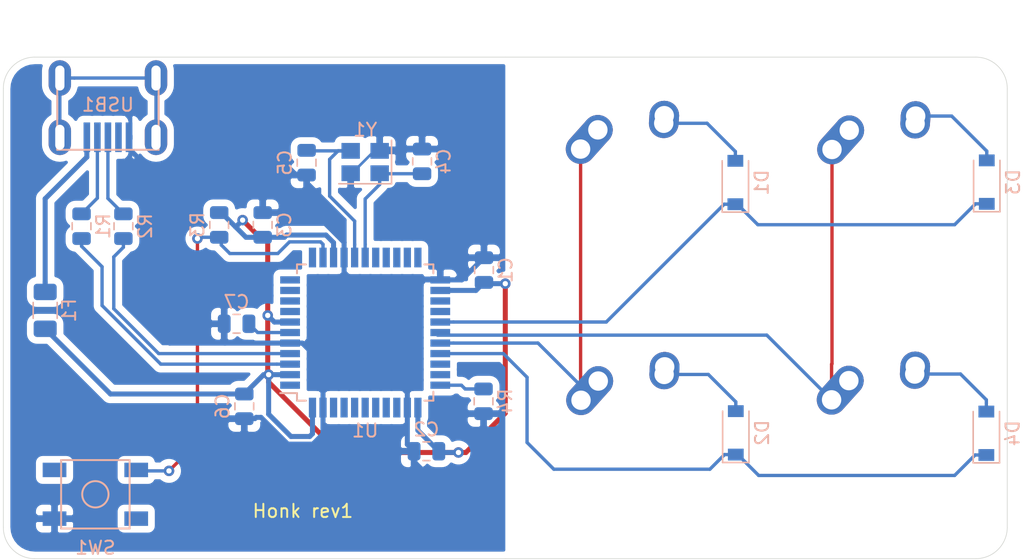
<source format=kicad_pcb>
(kicad_pcb (version 20171130) (host pcbnew "(5.1.4)-1")

  (general
    (thickness 1.6)
    (drawings 11)
    (tracks 213)
    (zones 0)
    (modules 24)
    (nets 45)
  )

  (page A4)
  (layers
    (0 F.Cu signal)
    (31 B.Cu signal)
    (32 B.Adhes user)
    (33 F.Adhes user)
    (34 B.Paste user)
    (35 F.Paste user)
    (36 B.SilkS user)
    (37 F.SilkS user)
    (38 B.Mask user)
    (39 F.Mask user)
    (40 Dwgs.User user)
    (41 Cmts.User user)
    (42 Eco1.User user)
    (43 Eco2.User user)
    (44 Edge.Cuts user)
    (45 Margin user)
    (46 B.CrtYd user)
    (47 F.CrtYd user)
    (48 B.Fab user)
    (49 F.Fab user)
  )

  (setup
    (last_trace_width 0.254)
    (trace_clearance 0.2)
    (zone_clearance 0.508)
    (zone_45_only no)
    (trace_min 0.2)
    (via_size 0.8)
    (via_drill 0.4)
    (via_min_size 0.4)
    (via_min_drill 0.3)
    (uvia_size 0.3)
    (uvia_drill 0.1)
    (uvias_allowed no)
    (uvia_min_size 0.2)
    (uvia_min_drill 0.1)
    (edge_width 0.05)
    (segment_width 0.2)
    (pcb_text_width 0.3)
    (pcb_text_size 1.5 1.5)
    (mod_edge_width 0.12)
    (mod_text_size 1 1)
    (mod_text_width 0.15)
    (pad_size 1.524 1.524)
    (pad_drill 0.762)
    (pad_to_mask_clearance 0.051)
    (solder_mask_min_width 0.25)
    (aux_axis_origin 0 0)
    (visible_elements 7FFFFFFF)
    (pcbplotparams
      (layerselection 0x010f0_ffffffff)
      (usegerberextensions true)
      (usegerberattributes false)
      (usegerberadvancedattributes false)
      (creategerberjobfile false)
      (excludeedgelayer true)
      (linewidth 0.100000)
      (plotframeref false)
      (viasonmask false)
      (mode 1)
      (useauxorigin false)
      (hpglpennumber 1)
      (hpglpenspeed 20)
      (hpglpendiameter 15.000000)
      (psnegative false)
      (psa4output false)
      (plotreference true)
      (plotvalue true)
      (plotinvisibletext false)
      (padsonsilk false)
      (subtractmaskfromsilk true)
      (outputformat 1)
      (mirror false)
      (drillshape 0)
      (scaleselection 1)
      (outputdirectory ""))
  )

  (net 0 "")
  (net 1 GND)
  (net 2 +5V)
  (net 3 "Net-(C4-Pad1)")
  (net 4 "Net-(C5-Pad1)")
  (net 5 "Net-(C7-Pad1)")
  (net 6 "Net-(D1-Pad2)")
  (net 7 ROW0)
  (net 8 "Net-(D2-Pad2)")
  (net 9 ROW1)
  (net 10 "Net-(D3-Pad2)")
  (net 11 "Net-(D4-Pad2)")
  (net 12 VCC)
  (net 13 COL0)
  (net 14 COL1)
  (net 15 D-)
  (net 16 "Net-(R1-Pad1)")
  (net 17 D+)
  (net 18 "Net-(R2-Pad1)")
  (net 19 "Net-(R3-Pad2)")
  (net 20 "Net-(R4-Pad2)")
  (net 21 "Net-(U1-Pad42)")
  (net 22 "Net-(U1-Pad41)")
  (net 23 "Net-(U1-Pad40)")
  (net 24 "Net-(U1-Pad39)")
  (net 25 "Net-(U1-Pad38)")
  (net 26 "Net-(U1-Pad37)")
  (net 27 "Net-(U1-Pad36)")
  (net 28 "Net-(U1-Pad32)")
  (net 29 "Net-(U1-Pad31)")
  (net 30 "Net-(U1-Pad26)")
  (net 31 "Net-(U1-Pad25)")
  (net 32 "Net-(U1-Pad22)")
  (net 33 "Net-(U1-Pad21)")
  (net 34 "Net-(U1-Pad20)")
  (net 35 "Net-(U1-Pad19)")
  (net 36 "Net-(U1-Pad18)")
  (net 37 "Net-(U1-Pad12)")
  (net 38 "Net-(U1-Pad11)")
  (net 39 "Net-(U1-Pad10)")
  (net 40 "Net-(U1-Pad9)")
  (net 41 "Net-(U1-Pad8)")
  (net 42 "Net-(U1-Pad1)")
  (net 43 "Net-(USB1-Pad6)")
  (net 44 "Net-(USB1-Pad2)")

  (net_class Default "This is the default net class."
    (clearance 0.2)
    (trace_width 0.254)
    (via_dia 0.8)
    (via_drill 0.4)
    (uvia_dia 0.3)
    (uvia_drill 0.1)
    (add_net COL0)
    (add_net COL1)
    (add_net D+)
    (add_net D-)
    (add_net "Net-(C4-Pad1)")
    (add_net "Net-(C5-Pad1)")
    (add_net "Net-(C7-Pad1)")
    (add_net "Net-(D1-Pad2)")
    (add_net "Net-(D2-Pad2)")
    (add_net "Net-(D3-Pad2)")
    (add_net "Net-(D4-Pad2)")
    (add_net "Net-(R1-Pad1)")
    (add_net "Net-(R2-Pad1)")
    (add_net "Net-(R3-Pad2)")
    (add_net "Net-(R4-Pad2)")
    (add_net "Net-(U1-Pad1)")
    (add_net "Net-(U1-Pad10)")
    (add_net "Net-(U1-Pad11)")
    (add_net "Net-(U1-Pad12)")
    (add_net "Net-(U1-Pad18)")
    (add_net "Net-(U1-Pad19)")
    (add_net "Net-(U1-Pad20)")
    (add_net "Net-(U1-Pad21)")
    (add_net "Net-(U1-Pad22)")
    (add_net "Net-(U1-Pad25)")
    (add_net "Net-(U1-Pad26)")
    (add_net "Net-(U1-Pad31)")
    (add_net "Net-(U1-Pad32)")
    (add_net "Net-(U1-Pad36)")
    (add_net "Net-(U1-Pad37)")
    (add_net "Net-(U1-Pad38)")
    (add_net "Net-(U1-Pad39)")
    (add_net "Net-(U1-Pad40)")
    (add_net "Net-(U1-Pad41)")
    (add_net "Net-(U1-Pad42)")
    (add_net "Net-(U1-Pad8)")
    (add_net "Net-(U1-Pad9)")
    (add_net "Net-(USB1-Pad2)")
    (add_net "Net-(USB1-Pad6)")
    (add_net ROW0)
    (add_net ROW1)
  )

  (net_class Power ""
    (clearance 0.2)
    (trace_width 0.381)
    (via_dia 0.8)
    (via_drill 0.4)
    (uvia_dia 0.3)
    (uvia_drill 0.1)
    (add_net +5V)
    (add_net GND)
    (add_net VCC)
  )

  (module Crystal:Crystal_SMD_3225-4Pin_3.2x2.5mm (layer B.Cu) (tedit 5A0FD1B2) (tstamp 644BFD14)
    (at 139.35075 89.69375 180)
    (descr "SMD Crystal SERIES SMD3225/4 http://www.txccrystal.com/images/pdf/7m-accuracy.pdf, 3.2x2.5mm^2 package")
    (tags "SMD SMT crystal")
    (path /644CC6D4)
    (attr smd)
    (fp_text reference Y1 (at 0 2.45) (layer B.SilkS)
      (effects (font (size 1 1) (thickness 0.15)) (justify mirror))
    )
    (fp_text value 16MHz (at 0 -2.45) (layer B.Fab)
      (effects (font (size 1 1) (thickness 0.15)) (justify mirror))
    )
    (fp_line (start 2.1 1.7) (end -2.1 1.7) (layer B.CrtYd) (width 0.05))
    (fp_line (start 2.1 -1.7) (end 2.1 1.7) (layer B.CrtYd) (width 0.05))
    (fp_line (start -2.1 -1.7) (end 2.1 -1.7) (layer B.CrtYd) (width 0.05))
    (fp_line (start -2.1 1.7) (end -2.1 -1.7) (layer B.CrtYd) (width 0.05))
    (fp_line (start -2 -1.65) (end 2 -1.65) (layer B.SilkS) (width 0.12))
    (fp_line (start -2 1.65) (end -2 -1.65) (layer B.SilkS) (width 0.12))
    (fp_line (start -1.6 -0.25) (end -0.6 -1.25) (layer B.Fab) (width 0.1))
    (fp_line (start 1.6 1.25) (end -1.6 1.25) (layer B.Fab) (width 0.1))
    (fp_line (start 1.6 -1.25) (end 1.6 1.25) (layer B.Fab) (width 0.1))
    (fp_line (start -1.6 -1.25) (end 1.6 -1.25) (layer B.Fab) (width 0.1))
    (fp_line (start -1.6 1.25) (end -1.6 -1.25) (layer B.Fab) (width 0.1))
    (fp_text user %R (at 0 0) (layer B.Fab)
      (effects (font (size 0.7 0.7) (thickness 0.105)) (justify mirror))
    )
    (pad 4 smd rect (at -1.1 0.85 180) (size 1.4 1.2) (layers B.Cu B.Paste B.Mask)
      (net 1 GND))
    (pad 3 smd rect (at 1.1 0.85 180) (size 1.4 1.2) (layers B.Cu B.Paste B.Mask)
      (net 4 "Net-(C5-Pad1)"))
    (pad 2 smd rect (at 1.1 -0.85 180) (size 1.4 1.2) (layers B.Cu B.Paste B.Mask)
      (net 1 GND))
    (pad 1 smd rect (at -1.1 -0.85 180) (size 1.4 1.2) (layers B.Cu B.Paste B.Mask)
      (net 3 "Net-(C4-Pad1)"))
    (model ${KISYS3DMOD}/Crystal.3dshapes/Crystal_SMD_3225-4Pin_3.2x2.5mm.wrl
      (at (xyz 0 0 0))
      (scale (xyz 1 1 1))
      (rotate (xyz 0 0 0))
    )
  )

  (module random-keyboard-parts:Molex-0548190589 (layer B.Cu) (tedit 5C494815) (tstamp 644BF511)
    (at 119.8245 83.312 270)
    (path /644E671B)
    (attr smd)
    (fp_text reference USB1 (at 2.032 0) (layer B.SilkS)
      (effects (font (size 1 1) (thickness 0.15)) (justify mirror))
    )
    (fp_text value Molex-0548190589 (at -5.08 0) (layer Dwgs.User)
      (effects (font (size 1 1) (thickness 0.15)))
    )
    (fp_text user %R (at 2 0) (layer B.CrtYd)
      (effects (font (size 1 1) (thickness 0.15)) (justify mirror))
    )
    (fp_line (start 3.25 1.25) (end 5.5 1.25) (layer B.CrtYd) (width 0.15))
    (fp_line (start 5.5 0.5) (end 3.25 0.5) (layer B.CrtYd) (width 0.15))
    (fp_line (start 3.25 -0.5) (end 5.5 -0.5) (layer B.CrtYd) (width 0.15))
    (fp_line (start 5.5 -1.25) (end 3.25 -1.25) (layer B.CrtYd) (width 0.15))
    (fp_line (start 3.25 -2) (end 5.5 -2) (layer B.CrtYd) (width 0.15))
    (fp_line (start 3.25 2) (end 3.25 -2) (layer B.CrtYd) (width 0.15))
    (fp_line (start 5.5 2) (end 3.25 2) (layer B.CrtYd) (width 0.15))
    (fp_line (start -3.75 -3.75) (end -3.75 3.75) (layer B.CrtYd) (width 0.15))
    (fp_line (start 5.5 -3.75) (end -3.75 -3.75) (layer B.CrtYd) (width 0.15))
    (fp_line (start 5.5 3.75) (end 5.5 -3.75) (layer B.CrtYd) (width 0.15))
    (fp_line (start -3.75 3.75) (end 5.5 3.75) (layer B.CrtYd) (width 0.15))
    (fp_line (start 0 3.85) (end 5.45 3.85) (layer B.SilkS) (width 0.15))
    (fp_line (start 0 -3.85) (end 5.45 -3.85) (layer B.SilkS) (width 0.15))
    (fp_line (start 5.45 3.85) (end 5.45 -3.85) (layer B.SilkS) (width 0.15))
    (fp_line (start -3.75 3.85) (end 0 3.85) (layer Dwgs.User) (width 0.15))
    (fp_line (start -3.75 -3.85) (end 0 -3.85) (layer Dwgs.User) (width 0.15))
    (fp_line (start -1.75 4.572) (end -1.75 -4.572) (layer Dwgs.User) (width 0.15))
    (fp_line (start -3.75 3.85) (end -3.75 -3.85) (layer Dwgs.User) (width 0.15))
    (pad 6 thru_hole oval (at 0 3.65 270) (size 2.7 1.7) (drill oval 1.9 0.7) (layers *.Cu *.Mask)
      (net 43 "Net-(USB1-Pad6)"))
    (pad 6 thru_hole oval (at 0 -3.65 270) (size 2.7 1.7) (drill oval 1.9 0.7) (layers *.Cu *.Mask)
      (net 43 "Net-(USB1-Pad6)"))
    (pad 6 thru_hole oval (at 4.5 -3.65 270) (size 2.7 1.7) (drill oval 1.9 0.7) (layers *.Cu *.Mask)
      (net 43 "Net-(USB1-Pad6)"))
    (pad 6 thru_hole oval (at 4.5 3.65 270) (size 2.7 1.7) (drill oval 1.9 0.7) (layers *.Cu *.Mask)
      (net 43 "Net-(USB1-Pad6)"))
    (pad 5 smd rect (at 4.5 1.6 270) (size 2.25 0.5) (layers B.Cu B.Paste B.Mask)
      (net 12 VCC))
    (pad 4 smd rect (at 4.5 0.8 270) (size 2.25 0.5) (layers B.Cu B.Paste B.Mask)
      (net 15 D-))
    (pad 3 smd rect (at 4.5 0 270) (size 2.25 0.5) (layers B.Cu B.Paste B.Mask)
      (net 17 D+))
    (pad 2 smd rect (at 4.5 -0.8 270) (size 2.25 0.5) (layers B.Cu B.Paste B.Mask)
      (net 44 "Net-(USB1-Pad2)"))
    (pad 1 smd rect (at 4.5 -1.6 270) (size 2.25 0.5) (layers B.Cu B.Paste B.Mask)
      (net 1 GND))
  )

  (module Package_QFP:TQFP-44_10x10mm_P0.8mm (layer B.Cu) (tedit 5A02F146) (tstamp 644C1320)
    (at 139.35075 102.64775)
    (descr "44-Lead Plastic Thin Quad Flatpack (PT) - 10x10x1.0 mm Body [TQFP] (see Microchip Packaging Specification 00000049BS.pdf)")
    (tags "QFP 0.8")
    (path /644A80C6)
    (attr smd)
    (fp_text reference U1 (at 0 7.45) (layer B.SilkS)
      (effects (font (size 1 1) (thickness 0.15)) (justify mirror))
    )
    (fp_text value ATmega32U4-AU (at 0 -7.45) (layer B.Fab)
      (effects (font (size 1 1) (thickness 0.15)) (justify mirror))
    )
    (fp_line (start -5.175 4.6) (end -6.45 4.6) (layer B.SilkS) (width 0.15))
    (fp_line (start 5.175 5.175) (end 4.5 5.175) (layer B.SilkS) (width 0.15))
    (fp_line (start 5.175 -5.175) (end 4.5 -5.175) (layer B.SilkS) (width 0.15))
    (fp_line (start -5.175 -5.175) (end -4.5 -5.175) (layer B.SilkS) (width 0.15))
    (fp_line (start -5.175 5.175) (end -4.5 5.175) (layer B.SilkS) (width 0.15))
    (fp_line (start -5.175 -5.175) (end -5.175 -4.5) (layer B.SilkS) (width 0.15))
    (fp_line (start 5.175 -5.175) (end 5.175 -4.5) (layer B.SilkS) (width 0.15))
    (fp_line (start 5.175 5.175) (end 5.175 4.5) (layer B.SilkS) (width 0.15))
    (fp_line (start -5.175 5.175) (end -5.175 4.6) (layer B.SilkS) (width 0.15))
    (fp_line (start -6.7 -6.7) (end 6.7 -6.7) (layer B.CrtYd) (width 0.05))
    (fp_line (start -6.7 6.7) (end 6.7 6.7) (layer B.CrtYd) (width 0.05))
    (fp_line (start 6.7 6.7) (end 6.7 -6.7) (layer B.CrtYd) (width 0.05))
    (fp_line (start -6.7 6.7) (end -6.7 -6.7) (layer B.CrtYd) (width 0.05))
    (fp_line (start -5 4) (end -4 5) (layer B.Fab) (width 0.15))
    (fp_line (start -5 -5) (end -5 4) (layer B.Fab) (width 0.15))
    (fp_line (start 5 -5) (end -5 -5) (layer B.Fab) (width 0.15))
    (fp_line (start 5 5) (end 5 -5) (layer B.Fab) (width 0.15))
    (fp_line (start -4 5) (end 5 5) (layer B.Fab) (width 0.15))
    (fp_text user %R (at 0 0) (layer B.Fab)
      (effects (font (size 1 1) (thickness 0.15)) (justify mirror))
    )
    (pad 44 smd rect (at -4 5.7 270) (size 1.5 0.55) (layers B.Cu B.Paste B.Mask)
      (net 2 +5V))
    (pad 43 smd rect (at -3.2 5.7 270) (size 1.5 0.55) (layers B.Cu B.Paste B.Mask)
      (net 1 GND))
    (pad 42 smd rect (at -2.4 5.7 270) (size 1.5 0.55) (layers B.Cu B.Paste B.Mask)
      (net 21 "Net-(U1-Pad42)"))
    (pad 41 smd rect (at -1.6 5.7 270) (size 1.5 0.55) (layers B.Cu B.Paste B.Mask)
      (net 22 "Net-(U1-Pad41)"))
    (pad 40 smd rect (at -0.8 5.7 270) (size 1.5 0.55) (layers B.Cu B.Paste B.Mask)
      (net 23 "Net-(U1-Pad40)"))
    (pad 39 smd rect (at 0 5.7 270) (size 1.5 0.55) (layers B.Cu B.Paste B.Mask)
      (net 24 "Net-(U1-Pad39)"))
    (pad 38 smd rect (at 0.8 5.7 270) (size 1.5 0.55) (layers B.Cu B.Paste B.Mask)
      (net 25 "Net-(U1-Pad38)"))
    (pad 37 smd rect (at 1.6 5.7 270) (size 1.5 0.55) (layers B.Cu B.Paste B.Mask)
      (net 26 "Net-(U1-Pad37)"))
    (pad 36 smd rect (at 2.4 5.7 270) (size 1.5 0.55) (layers B.Cu B.Paste B.Mask)
      (net 27 "Net-(U1-Pad36)"))
    (pad 35 smd rect (at 3.2 5.7 270) (size 1.5 0.55) (layers B.Cu B.Paste B.Mask)
      (net 1 GND))
    (pad 34 smd rect (at 4 5.7 270) (size 1.5 0.55) (layers B.Cu B.Paste B.Mask)
      (net 2 +5V))
    (pad 33 smd rect (at 5.7 4) (size 1.5 0.55) (layers B.Cu B.Paste B.Mask)
      (net 20 "Net-(R4-Pad2)"))
    (pad 32 smd rect (at 5.7 3.2) (size 1.5 0.55) (layers B.Cu B.Paste B.Mask)
      (net 28 "Net-(U1-Pad32)"))
    (pad 31 smd rect (at 5.7 2.4) (size 1.5 0.55) (layers B.Cu B.Paste B.Mask)
      (net 29 "Net-(U1-Pad31)"))
    (pad 30 smd rect (at 5.7 1.6) (size 1.5 0.55) (layers B.Cu B.Paste B.Mask)
      (net 9 ROW1))
    (pad 29 smd rect (at 5.7 0.8) (size 1.5 0.55) (layers B.Cu B.Paste B.Mask)
      (net 13 COL0))
    (pad 28 smd rect (at 5.7 0) (size 1.5 0.55) (layers B.Cu B.Paste B.Mask)
      (net 14 COL1))
    (pad 27 smd rect (at 5.7 -0.8) (size 1.5 0.55) (layers B.Cu B.Paste B.Mask)
      (net 7 ROW0))
    (pad 26 smd rect (at 5.7 -1.6) (size 1.5 0.55) (layers B.Cu B.Paste B.Mask)
      (net 30 "Net-(U1-Pad26)"))
    (pad 25 smd rect (at 5.7 -2.4) (size 1.5 0.55) (layers B.Cu B.Paste B.Mask)
      (net 31 "Net-(U1-Pad25)"))
    (pad 24 smd rect (at 5.7 -3.2) (size 1.5 0.55) (layers B.Cu B.Paste B.Mask)
      (net 2 +5V))
    (pad 23 smd rect (at 5.7 -4) (size 1.5 0.55) (layers B.Cu B.Paste B.Mask)
      (net 1 GND))
    (pad 22 smd rect (at 4 -5.7 270) (size 1.5 0.55) (layers B.Cu B.Paste B.Mask)
      (net 32 "Net-(U1-Pad22)"))
    (pad 21 smd rect (at 3.2 -5.7 270) (size 1.5 0.55) (layers B.Cu B.Paste B.Mask)
      (net 33 "Net-(U1-Pad21)"))
    (pad 20 smd rect (at 2.4 -5.7 270) (size 1.5 0.55) (layers B.Cu B.Paste B.Mask)
      (net 34 "Net-(U1-Pad20)"))
    (pad 19 smd rect (at 1.6 -5.7 270) (size 1.5 0.55) (layers B.Cu B.Paste B.Mask)
      (net 35 "Net-(U1-Pad19)"))
    (pad 18 smd rect (at 0.8 -5.7 270) (size 1.5 0.55) (layers B.Cu B.Paste B.Mask)
      (net 36 "Net-(U1-Pad18)"))
    (pad 17 smd rect (at 0 -5.7 270) (size 1.5 0.55) (layers B.Cu B.Paste B.Mask)
      (net 3 "Net-(C4-Pad1)"))
    (pad 16 smd rect (at -0.8 -5.7 270) (size 1.5 0.55) (layers B.Cu B.Paste B.Mask)
      (net 4 "Net-(C5-Pad1)"))
    (pad 15 smd rect (at -1.6 -5.7 270) (size 1.5 0.55) (layers B.Cu B.Paste B.Mask)
      (net 1 GND))
    (pad 14 smd rect (at -2.4 -5.7 270) (size 1.5 0.55) (layers B.Cu B.Paste B.Mask)
      (net 2 +5V))
    (pad 13 smd rect (at -3.2 -5.7 270) (size 1.5 0.55) (layers B.Cu B.Paste B.Mask)
      (net 19 "Net-(R3-Pad2)"))
    (pad 12 smd rect (at -4 -5.7 270) (size 1.5 0.55) (layers B.Cu B.Paste B.Mask)
      (net 37 "Net-(U1-Pad12)"))
    (pad 11 smd rect (at -5.7 -4) (size 1.5 0.55) (layers B.Cu B.Paste B.Mask)
      (net 38 "Net-(U1-Pad11)"))
    (pad 10 smd rect (at -5.7 -3.2) (size 1.5 0.55) (layers B.Cu B.Paste B.Mask)
      (net 39 "Net-(U1-Pad10)"))
    (pad 9 smd rect (at -5.7 -2.4) (size 1.5 0.55) (layers B.Cu B.Paste B.Mask)
      (net 40 "Net-(U1-Pad9)"))
    (pad 8 smd rect (at -5.7 -1.6) (size 1.5 0.55) (layers B.Cu B.Paste B.Mask)
      (net 41 "Net-(U1-Pad8)"))
    (pad 7 smd rect (at -5.7 -0.8) (size 1.5 0.55) (layers B.Cu B.Paste B.Mask)
      (net 2 +5V))
    (pad 6 smd rect (at -5.7 0) (size 1.5 0.55) (layers B.Cu B.Paste B.Mask)
      (net 5 "Net-(C7-Pad1)"))
    (pad 5 smd rect (at -5.7 0.8) (size 1.5 0.55) (layers B.Cu B.Paste B.Mask)
      (net 1 GND))
    (pad 4 smd rect (at -5.7 1.6) (size 1.5 0.55) (layers B.Cu B.Paste B.Mask)
      (net 18 "Net-(R2-Pad1)"))
    (pad 3 smd rect (at -5.7 2.4) (size 1.5 0.55) (layers B.Cu B.Paste B.Mask)
      (net 16 "Net-(R1-Pad1)"))
    (pad 2 smd rect (at -5.7 3.2) (size 1.5 0.55) (layers B.Cu B.Paste B.Mask)
      (net 2 +5V))
    (pad 1 smd rect (at -5.7 4) (size 1.5 0.55) (layers B.Cu B.Paste B.Mask)
      (net 42 "Net-(U1-Pad1)"))
    (model ${KISYS3DMOD}/Package_QFP.3dshapes/TQFP-44_10x10mm_P0.8mm.wrl
      (at (xyz 0 0 0))
      (scale (xyz 1 1 1))
      (rotate (xyz 0 0 0))
    )
  )

  (module random-keyboard-parts:SKQG-1155865 (layer B.Cu) (tedit 5E62B398) (tstamp 644BF4AE)
    (at 118.872 114.935 180)
    (path /644DAE5E)
    (attr smd)
    (fp_text reference SW1 (at 0 -4.064) (layer B.SilkS)
      (effects (font (size 1 1) (thickness 0.15)) (justify mirror))
    )
    (fp_text value SW_Push (at 0 4.064) (layer B.Fab)
      (effects (font (size 1 1) (thickness 0.15)) (justify mirror))
    )
    (fp_line (start -2.6 2.6) (end 2.6 2.6) (layer B.SilkS) (width 0.15))
    (fp_line (start 2.6 2.6) (end 2.6 -2.6) (layer B.SilkS) (width 0.15))
    (fp_line (start 2.6 -2.6) (end -2.6 -2.6) (layer B.SilkS) (width 0.15))
    (fp_line (start -2.6 -2.6) (end -2.6 2.6) (layer B.SilkS) (width 0.15))
    (fp_circle (center 0 0) (end 1 0) (layer B.SilkS) (width 0.15))
    (fp_line (start -4.2 2.6) (end 4.2 2.6) (layer B.Fab) (width 0.15))
    (fp_line (start 4.2 2.6) (end 4.2 1.2) (layer B.Fab) (width 0.15))
    (fp_line (start 4.2 1.1) (end 2.6 1.1) (layer B.Fab) (width 0.15))
    (fp_line (start 2.6 1.1) (end 2.6 -1.1) (layer B.Fab) (width 0.15))
    (fp_line (start 2.6 -1.1) (end 4.2 -1.1) (layer B.Fab) (width 0.15))
    (fp_line (start 4.2 -1.1) (end 4.2 -2.6) (layer B.Fab) (width 0.15))
    (fp_line (start 4.2 -2.6) (end -4.2 -2.6) (layer B.Fab) (width 0.15))
    (fp_line (start -4.2 -2.6) (end -4.2 -1.1) (layer B.Fab) (width 0.15))
    (fp_line (start -4.2 -1.1) (end -2.6 -1.1) (layer B.Fab) (width 0.15))
    (fp_line (start -2.6 -1.1) (end -2.6 1.1) (layer B.Fab) (width 0.15))
    (fp_line (start -2.6 1.1) (end -4.2 1.1) (layer B.Fab) (width 0.15))
    (fp_line (start -4.2 1.1) (end -4.2 2.6) (layer B.Fab) (width 0.15))
    (fp_circle (center 0 0) (end 1 0) (layer B.Fab) (width 0.15))
    (fp_line (start -2.6 1.1) (end -1.1 2.6) (layer B.Fab) (width 0.15))
    (fp_line (start 2.6 1.1) (end 1.1 2.6) (layer B.Fab) (width 0.15))
    (fp_line (start 2.6 -1.1) (end 1.1 -2.6) (layer B.Fab) (width 0.15))
    (fp_line (start -2.6 -1.1) (end -1.1 -2.6) (layer B.Fab) (width 0.15))
    (pad 4 smd rect (at -3.1 -1.85 180) (size 1.8 1.1) (layers B.Cu B.Paste B.Mask))
    (pad 3 smd rect (at 3.1 1.85 180) (size 1.8 1.1) (layers B.Cu B.Paste B.Mask))
    (pad 2 smd rect (at -3.1 1.85 180) (size 1.8 1.1) (layers B.Cu B.Paste B.Mask)
      (net 19 "Net-(R3-Pad2)"))
    (pad 1 smd rect (at 3.1 -1.85 180) (size 1.8 1.1) (layers B.Cu B.Paste B.Mask)
      (net 1 GND))
    (model ${KISYS3DMOD}/Button_Switch_SMD.3dshapes/SW_SPST_TL3342.step
      (at (xyz 0 0 0))
      (scale (xyz 1 1 1))
      (rotate (xyz 0 0 0))
    )
  )

  (module Resistor_SMD:R_0805_2012Metric (layer B.Cu) (tedit 5B36C52B) (tstamp 644BF490)
    (at 148.336 107.8715 90)
    (descr "Resistor SMD 0805 (2012 Metric), square (rectangular) end terminal, IPC_7351 nominal, (Body size source: https://docs.google.com/spreadsheets/d/1BsfQQcO9C6DZCsRaXUlFlo91Tg2WpOkGARC1WS5S8t0/edit?usp=sharing), generated with kicad-footprint-generator")
    (tags resistor)
    (path /644B00BB)
    (attr smd)
    (fp_text reference R4 (at 0 1.65 90) (layer B.SilkS)
      (effects (font (size 1 1) (thickness 0.15)) (justify mirror))
    )
    (fp_text value 10k (at 0 -1.65 90) (layer B.Fab)
      (effects (font (size 1 1) (thickness 0.15)) (justify mirror))
    )
    (fp_text user %R (at 0 0 90) (layer B.Fab)
      (effects (font (size 0.5 0.5) (thickness 0.08)) (justify mirror))
    )
    (fp_line (start 1.68 -0.95) (end -1.68 -0.95) (layer B.CrtYd) (width 0.05))
    (fp_line (start 1.68 0.95) (end 1.68 -0.95) (layer B.CrtYd) (width 0.05))
    (fp_line (start -1.68 0.95) (end 1.68 0.95) (layer B.CrtYd) (width 0.05))
    (fp_line (start -1.68 -0.95) (end -1.68 0.95) (layer B.CrtYd) (width 0.05))
    (fp_line (start -0.258578 -0.71) (end 0.258578 -0.71) (layer B.SilkS) (width 0.12))
    (fp_line (start -0.258578 0.71) (end 0.258578 0.71) (layer B.SilkS) (width 0.12))
    (fp_line (start 1 -0.6) (end -1 -0.6) (layer B.Fab) (width 0.1))
    (fp_line (start 1 0.6) (end 1 -0.6) (layer B.Fab) (width 0.1))
    (fp_line (start -1 0.6) (end 1 0.6) (layer B.Fab) (width 0.1))
    (fp_line (start -1 -0.6) (end -1 0.6) (layer B.Fab) (width 0.1))
    (pad 2 smd roundrect (at 0.9375 0 90) (size 0.975 1.4) (layers B.Cu B.Paste B.Mask) (roundrect_rratio 0.25)
      (net 20 "Net-(R4-Pad2)"))
    (pad 1 smd roundrect (at -0.9375 0 90) (size 0.975 1.4) (layers B.Cu B.Paste B.Mask) (roundrect_rratio 0.25)
      (net 1 GND))
    (model ${KISYS3DMOD}/Resistor_SMD.3dshapes/R_0805_2012Metric.wrl
      (at (xyz 0 0 0))
      (scale (xyz 1 1 1))
      (rotate (xyz 0 0 0))
    )
  )

  (module Resistor_SMD:R_0805_2012Metric (layer B.Cu) (tedit 5B36C52B) (tstamp 644BF47F)
    (at 128.27 94.47125 270)
    (descr "Resistor SMD 0805 (2012 Metric), square (rectangular) end terminal, IPC_7351 nominal, (Body size source: https://docs.google.com/spreadsheets/d/1BsfQQcO9C6DZCsRaXUlFlo91Tg2WpOkGARC1WS5S8t0/edit?usp=sharing), generated with kicad-footprint-generator")
    (tags resistor)
    (path /644DDD80)
    (attr smd)
    (fp_text reference R3 (at 0 1.65 90) (layer B.SilkS)
      (effects (font (size 1 1) (thickness 0.15)) (justify mirror))
    )
    (fp_text value 10k (at 0 -1.65 90) (layer B.Fab)
      (effects (font (size 1 1) (thickness 0.15)) (justify mirror))
    )
    (fp_text user %R (at 0 0 90) (layer B.Fab)
      (effects (font (size 0.5 0.5) (thickness 0.08)) (justify mirror))
    )
    (fp_line (start 1.68 -0.95) (end -1.68 -0.95) (layer B.CrtYd) (width 0.05))
    (fp_line (start 1.68 0.95) (end 1.68 -0.95) (layer B.CrtYd) (width 0.05))
    (fp_line (start -1.68 0.95) (end 1.68 0.95) (layer B.CrtYd) (width 0.05))
    (fp_line (start -1.68 -0.95) (end -1.68 0.95) (layer B.CrtYd) (width 0.05))
    (fp_line (start -0.258578 -0.71) (end 0.258578 -0.71) (layer B.SilkS) (width 0.12))
    (fp_line (start -0.258578 0.71) (end 0.258578 0.71) (layer B.SilkS) (width 0.12))
    (fp_line (start 1 -0.6) (end -1 -0.6) (layer B.Fab) (width 0.1))
    (fp_line (start 1 0.6) (end 1 -0.6) (layer B.Fab) (width 0.1))
    (fp_line (start -1 0.6) (end 1 0.6) (layer B.Fab) (width 0.1))
    (fp_line (start -1 -0.6) (end -1 0.6) (layer B.Fab) (width 0.1))
    (pad 2 smd roundrect (at 0.9375 0 270) (size 0.975 1.4) (layers B.Cu B.Paste B.Mask) (roundrect_rratio 0.25)
      (net 19 "Net-(R3-Pad2)"))
    (pad 1 smd roundrect (at -0.9375 0 270) (size 0.975 1.4) (layers B.Cu B.Paste B.Mask) (roundrect_rratio 0.25)
      (net 2 +5V))
    (model ${KISYS3DMOD}/Resistor_SMD.3dshapes/R_0805_2012Metric.wrl
      (at (xyz 0 0 0))
      (scale (xyz 1 1 1))
      (rotate (xyz 0 0 0))
    )
  )

  (module Resistor_SMD:R_0805_2012Metric (layer B.Cu) (tedit 5B36C52B) (tstamp 644BF46E)
    (at 120.99925 94.56825 90)
    (descr "Resistor SMD 0805 (2012 Metric), square (rectangular) end terminal, IPC_7351 nominal, (Body size source: https://docs.google.com/spreadsheets/d/1BsfQQcO9C6DZCsRaXUlFlo91Tg2WpOkGARC1WS5S8t0/edit?usp=sharing), generated with kicad-footprint-generator")
    (tags resistor)
    (path /644B709E)
    (attr smd)
    (fp_text reference R2 (at 0 1.65 90) (layer B.SilkS)
      (effects (font (size 1 1) (thickness 0.15)) (justify mirror))
    )
    (fp_text value 22 (at 0 -1.65 90) (layer B.Fab)
      (effects (font (size 1 1) (thickness 0.15)) (justify mirror))
    )
    (fp_text user %R (at 0 0 90) (layer B.Fab)
      (effects (font (size 0.5 0.5) (thickness 0.08)) (justify mirror))
    )
    (fp_line (start 1.68 -0.95) (end -1.68 -0.95) (layer B.CrtYd) (width 0.05))
    (fp_line (start 1.68 0.95) (end 1.68 -0.95) (layer B.CrtYd) (width 0.05))
    (fp_line (start -1.68 0.95) (end 1.68 0.95) (layer B.CrtYd) (width 0.05))
    (fp_line (start -1.68 -0.95) (end -1.68 0.95) (layer B.CrtYd) (width 0.05))
    (fp_line (start -0.258578 -0.71) (end 0.258578 -0.71) (layer B.SilkS) (width 0.12))
    (fp_line (start -0.258578 0.71) (end 0.258578 0.71) (layer B.SilkS) (width 0.12))
    (fp_line (start 1 -0.6) (end -1 -0.6) (layer B.Fab) (width 0.1))
    (fp_line (start 1 0.6) (end 1 -0.6) (layer B.Fab) (width 0.1))
    (fp_line (start -1 0.6) (end 1 0.6) (layer B.Fab) (width 0.1))
    (fp_line (start -1 -0.6) (end -1 0.6) (layer B.Fab) (width 0.1))
    (pad 2 smd roundrect (at 0.9375 0 90) (size 0.975 1.4) (layers B.Cu B.Paste B.Mask) (roundrect_rratio 0.25)
      (net 17 D+))
    (pad 1 smd roundrect (at -0.9375 0 90) (size 0.975 1.4) (layers B.Cu B.Paste B.Mask) (roundrect_rratio 0.25)
      (net 18 "Net-(R2-Pad1)"))
    (model ${KISYS3DMOD}/Resistor_SMD.3dshapes/R_0805_2012Metric.wrl
      (at (xyz 0 0 0))
      (scale (xyz 1 1 1))
      (rotate (xyz 0 0 0))
    )
  )

  (module Resistor_SMD:R_0805_2012Metric (layer B.Cu) (tedit 5B36C52B) (tstamp 644BF45D)
    (at 117.82425 94.56825 90)
    (descr "Resistor SMD 0805 (2012 Metric), square (rectangular) end terminal, IPC_7351 nominal, (Body size source: https://docs.google.com/spreadsheets/d/1BsfQQcO9C6DZCsRaXUlFlo91Tg2WpOkGARC1WS5S8t0/edit?usp=sharing), generated with kicad-footprint-generator")
    (tags resistor)
    (path /644B8567)
    (attr smd)
    (fp_text reference R1 (at 0 1.65 90) (layer B.SilkS)
      (effects (font (size 1 1) (thickness 0.15)) (justify mirror))
    )
    (fp_text value 22 (at 0 -1.65 90) (layer B.Fab)
      (effects (font (size 1 1) (thickness 0.15)) (justify mirror))
    )
    (fp_text user %R (at 0 0 90) (layer B.Fab)
      (effects (font (size 0.5 0.5) (thickness 0.08)) (justify mirror))
    )
    (fp_line (start 1.68 -0.95) (end -1.68 -0.95) (layer B.CrtYd) (width 0.05))
    (fp_line (start 1.68 0.95) (end 1.68 -0.95) (layer B.CrtYd) (width 0.05))
    (fp_line (start -1.68 0.95) (end 1.68 0.95) (layer B.CrtYd) (width 0.05))
    (fp_line (start -1.68 -0.95) (end -1.68 0.95) (layer B.CrtYd) (width 0.05))
    (fp_line (start -0.258578 -0.71) (end 0.258578 -0.71) (layer B.SilkS) (width 0.12))
    (fp_line (start -0.258578 0.71) (end 0.258578 0.71) (layer B.SilkS) (width 0.12))
    (fp_line (start 1 -0.6) (end -1 -0.6) (layer B.Fab) (width 0.1))
    (fp_line (start 1 0.6) (end 1 -0.6) (layer B.Fab) (width 0.1))
    (fp_line (start -1 0.6) (end 1 0.6) (layer B.Fab) (width 0.1))
    (fp_line (start -1 -0.6) (end -1 0.6) (layer B.Fab) (width 0.1))
    (pad 2 smd roundrect (at 0.9375 0 90) (size 0.975 1.4) (layers B.Cu B.Paste B.Mask) (roundrect_rratio 0.25)
      (net 15 D-))
    (pad 1 smd roundrect (at -0.9375 0 90) (size 0.975 1.4) (layers B.Cu B.Paste B.Mask) (roundrect_rratio 0.25)
      (net 16 "Net-(R1-Pad1)"))
    (model ${KISYS3DMOD}/Resistor_SMD.3dshapes/R_0805_2012Metric.wrl
      (at (xyz 0 0 0))
      (scale (xyz 1 1 1))
      (rotate (xyz 0 0 0))
    )
  )

  (module MX_Alps_Hybrid:MX-1U-NoLED (layer F.Cu) (tedit 5A9F5203) (tstamp 644BF44C)
    (at 178.562 110.2995)
    (path /64506C15)
    (fp_text reference MX4 (at 0 3.175) (layer Dwgs.User)
      (effects (font (size 1 1) (thickness 0.15)))
    )
    (fp_text value MX-NoLED (at 0 -7.9375) (layer Dwgs.User)
      (effects (font (size 1 1) (thickness 0.15)))
    )
    (fp_line (start -9.525 9.525) (end -9.525 -9.525) (layer Dwgs.User) (width 0.15))
    (fp_line (start 9.525 9.525) (end -9.525 9.525) (layer Dwgs.User) (width 0.15))
    (fp_line (start 9.525 -9.525) (end 9.525 9.525) (layer Dwgs.User) (width 0.15))
    (fp_line (start -9.525 -9.525) (end 9.525 -9.525) (layer Dwgs.User) (width 0.15))
    (fp_line (start -7 -7) (end -7 -5) (layer Dwgs.User) (width 0.15))
    (fp_line (start -5 -7) (end -7 -7) (layer Dwgs.User) (width 0.15))
    (fp_line (start -7 7) (end -5 7) (layer Dwgs.User) (width 0.15))
    (fp_line (start -7 5) (end -7 7) (layer Dwgs.User) (width 0.15))
    (fp_line (start 7 7) (end 7 5) (layer Dwgs.User) (width 0.15))
    (fp_line (start 5 7) (end 7 7) (layer Dwgs.User) (width 0.15))
    (fp_line (start 7 -7) (end 7 -5) (layer Dwgs.User) (width 0.15))
    (fp_line (start 5 -7) (end 7 -7) (layer Dwgs.User) (width 0.15))
    (pad "" np_thru_hole circle (at 5.08 0 48.0996) (size 1.75 1.75) (drill 1.75) (layers *.Cu *.Mask))
    (pad "" np_thru_hole circle (at -5.08 0 48.0996) (size 1.75 1.75) (drill 1.75) (layers *.Cu *.Mask))
    (pad 1 thru_hole circle (at -2.5 -4) (size 2.25 2.25) (drill 1.47) (layers *.Cu B.Mask)
      (net 14 COL1))
    (pad "" np_thru_hole circle (at 0 0) (size 3.9878 3.9878) (drill 3.9878) (layers *.Cu *.Mask))
    (pad 1 thru_hole oval (at -3.81 -2.54 48.0996) (size 4.211556 2.25) (drill 1.47 (offset 0.980778 0)) (layers *.Cu B.Mask)
      (net 14 COL1))
    (pad 2 thru_hole circle (at 2.54 -5.08) (size 2.25 2.25) (drill 1.47) (layers *.Cu B.Mask)
      (net 11 "Net-(D4-Pad2)"))
    (pad 2 thru_hole oval (at 2.5 -4.5 86.0548) (size 2.831378 2.25) (drill 1.47 (offset 0.290689 0)) (layers *.Cu B.Mask)
      (net 11 "Net-(D4-Pad2)"))
  )

  (module MX_Alps_Hybrid:MX-1U-NoLED (layer F.Cu) (tedit 5A9F5203) (tstamp 644BF435)
    (at 178.59375 91.28125)
    (path /644FF157)
    (fp_text reference MX3 (at 0 3.175) (layer Dwgs.User)
      (effects (font (size 1 1) (thickness 0.15)))
    )
    (fp_text value MX-NoLED (at 0 -7.9375) (layer Dwgs.User)
      (effects (font (size 1 1) (thickness 0.15)))
    )
    (fp_line (start -9.525 9.525) (end -9.525 -9.525) (layer Dwgs.User) (width 0.15))
    (fp_line (start 9.525 9.525) (end -9.525 9.525) (layer Dwgs.User) (width 0.15))
    (fp_line (start 9.525 -9.525) (end 9.525 9.525) (layer Dwgs.User) (width 0.15))
    (fp_line (start -9.525 -9.525) (end 9.525 -9.525) (layer Dwgs.User) (width 0.15))
    (fp_line (start -7 -7) (end -7 -5) (layer Dwgs.User) (width 0.15))
    (fp_line (start -5 -7) (end -7 -7) (layer Dwgs.User) (width 0.15))
    (fp_line (start -7 7) (end -5 7) (layer Dwgs.User) (width 0.15))
    (fp_line (start -7 5) (end -7 7) (layer Dwgs.User) (width 0.15))
    (fp_line (start 7 7) (end 7 5) (layer Dwgs.User) (width 0.15))
    (fp_line (start 5 7) (end 7 7) (layer Dwgs.User) (width 0.15))
    (fp_line (start 7 -7) (end 7 -5) (layer Dwgs.User) (width 0.15))
    (fp_line (start 5 -7) (end 7 -7) (layer Dwgs.User) (width 0.15))
    (pad "" np_thru_hole circle (at 5.08 0 48.0996) (size 1.75 1.75) (drill 1.75) (layers *.Cu *.Mask))
    (pad "" np_thru_hole circle (at -5.08 0 48.0996) (size 1.75 1.75) (drill 1.75) (layers *.Cu *.Mask))
    (pad 1 thru_hole circle (at -2.5 -4) (size 2.25 2.25) (drill 1.47) (layers *.Cu B.Mask)
      (net 14 COL1))
    (pad "" np_thru_hole circle (at 0 0) (size 3.9878 3.9878) (drill 3.9878) (layers *.Cu *.Mask))
    (pad 1 thru_hole oval (at -3.81 -2.54 48.0996) (size 4.211556 2.25) (drill 1.47 (offset 0.980778 0)) (layers *.Cu B.Mask)
      (net 14 COL1))
    (pad 2 thru_hole circle (at 2.54 -5.08) (size 2.25 2.25) (drill 1.47) (layers *.Cu B.Mask)
      (net 10 "Net-(D3-Pad2)"))
    (pad 2 thru_hole oval (at 2.5 -4.5 86.0548) (size 2.831378 2.25) (drill 1.47 (offset 0.290689 0)) (layers *.Cu B.Mask)
      (net 10 "Net-(D3-Pad2)"))
  )

  (module MX_Alps_Hybrid:MX-1U-NoLED (layer F.Cu) (tedit 5A9F5203) (tstamp 644BF41E)
    (at 159.54375 110.33125)
    (path /64505E81)
    (fp_text reference MX2 (at 0 3.175) (layer Dwgs.User)
      (effects (font (size 1 1) (thickness 0.15)))
    )
    (fp_text value MX-NoLED (at 0 -7.9375) (layer Dwgs.User)
      (effects (font (size 1 1) (thickness 0.15)))
    )
    (fp_line (start -9.525 9.525) (end -9.525 -9.525) (layer Dwgs.User) (width 0.15))
    (fp_line (start 9.525 9.525) (end -9.525 9.525) (layer Dwgs.User) (width 0.15))
    (fp_line (start 9.525 -9.525) (end 9.525 9.525) (layer Dwgs.User) (width 0.15))
    (fp_line (start -9.525 -9.525) (end 9.525 -9.525) (layer Dwgs.User) (width 0.15))
    (fp_line (start -7 -7) (end -7 -5) (layer Dwgs.User) (width 0.15))
    (fp_line (start -5 -7) (end -7 -7) (layer Dwgs.User) (width 0.15))
    (fp_line (start -7 7) (end -5 7) (layer Dwgs.User) (width 0.15))
    (fp_line (start -7 5) (end -7 7) (layer Dwgs.User) (width 0.15))
    (fp_line (start 7 7) (end 7 5) (layer Dwgs.User) (width 0.15))
    (fp_line (start 5 7) (end 7 7) (layer Dwgs.User) (width 0.15))
    (fp_line (start 7 -7) (end 7 -5) (layer Dwgs.User) (width 0.15))
    (fp_line (start 5 -7) (end 7 -7) (layer Dwgs.User) (width 0.15))
    (pad "" np_thru_hole circle (at 5.08 0 48.0996) (size 1.75 1.75) (drill 1.75) (layers *.Cu *.Mask))
    (pad "" np_thru_hole circle (at -5.08 0 48.0996) (size 1.75 1.75) (drill 1.75) (layers *.Cu *.Mask))
    (pad 1 thru_hole circle (at -2.5 -4) (size 2.25 2.25) (drill 1.47) (layers *.Cu B.Mask)
      (net 13 COL0))
    (pad "" np_thru_hole circle (at 0 0) (size 3.9878 3.9878) (drill 3.9878) (layers *.Cu *.Mask))
    (pad 1 thru_hole oval (at -3.81 -2.54 48.0996) (size 4.211556 2.25) (drill 1.47 (offset 0.980778 0)) (layers *.Cu B.Mask)
      (net 13 COL0))
    (pad 2 thru_hole circle (at 2.54 -5.08) (size 2.25 2.25) (drill 1.47) (layers *.Cu B.Mask)
      (net 8 "Net-(D2-Pad2)"))
    (pad 2 thru_hole oval (at 2.5 -4.5 86.0548) (size 2.831378 2.25) (drill 1.47 (offset 0.290689 0)) (layers *.Cu B.Mask)
      (net 8 "Net-(D2-Pad2)"))
  )

  (module MX_Alps_Hybrid:MX-1U-NoLED (layer F.Cu) (tedit 5A9F5203) (tstamp 644BF407)
    (at 159.512 91.2495)
    (path /644F3A12)
    (fp_text reference MX1 (at 0 3.175) (layer Dwgs.User)
      (effects (font (size 1 1) (thickness 0.15)))
    )
    (fp_text value MX-NoLED (at 0 -7.9375) (layer Dwgs.User)
      (effects (font (size 1 1) (thickness 0.15)))
    )
    (fp_line (start -9.525 9.525) (end -9.525 -9.525) (layer Dwgs.User) (width 0.15))
    (fp_line (start 9.525 9.525) (end -9.525 9.525) (layer Dwgs.User) (width 0.15))
    (fp_line (start 9.525 -9.525) (end 9.525 9.525) (layer Dwgs.User) (width 0.15))
    (fp_line (start -9.525 -9.525) (end 9.525 -9.525) (layer Dwgs.User) (width 0.15))
    (fp_line (start -7 -7) (end -7 -5) (layer Dwgs.User) (width 0.15))
    (fp_line (start -5 -7) (end -7 -7) (layer Dwgs.User) (width 0.15))
    (fp_line (start -7 7) (end -5 7) (layer Dwgs.User) (width 0.15))
    (fp_line (start -7 5) (end -7 7) (layer Dwgs.User) (width 0.15))
    (fp_line (start 7 7) (end 7 5) (layer Dwgs.User) (width 0.15))
    (fp_line (start 5 7) (end 7 7) (layer Dwgs.User) (width 0.15))
    (fp_line (start 7 -7) (end 7 -5) (layer Dwgs.User) (width 0.15))
    (fp_line (start 5 -7) (end 7 -7) (layer Dwgs.User) (width 0.15))
    (pad "" np_thru_hole circle (at 5.08 0 48.0996) (size 1.75 1.75) (drill 1.75) (layers *.Cu *.Mask))
    (pad "" np_thru_hole circle (at -5.08 0 48.0996) (size 1.75 1.75) (drill 1.75) (layers *.Cu *.Mask))
    (pad 1 thru_hole circle (at -2.5 -4) (size 2.25 2.25) (drill 1.47) (layers *.Cu B.Mask)
      (net 13 COL0))
    (pad "" np_thru_hole circle (at 0 0) (size 3.9878 3.9878) (drill 3.9878) (layers *.Cu *.Mask))
    (pad 1 thru_hole oval (at -3.81 -2.54 48.0996) (size 4.211556 2.25) (drill 1.47 (offset 0.980778 0)) (layers *.Cu B.Mask)
      (net 13 COL0))
    (pad 2 thru_hole circle (at 2.54 -5.08) (size 2.25 2.25) (drill 1.47) (layers *.Cu B.Mask)
      (net 6 "Net-(D1-Pad2)"))
    (pad 2 thru_hole oval (at 2.5 -4.5 86.0548) (size 2.831378 2.25) (drill 1.47 (offset 0.290689 0)) (layers *.Cu B.Mask)
      (net 6 "Net-(D1-Pad2)"))
  )

  (module Fuse:Fuse_1206_3216Metric (layer B.Cu) (tedit 5B301BBE) (tstamp 644BF3F0)
    (at 115.062 100.962 90)
    (descr "Fuse SMD 1206 (3216 Metric), square (rectangular) end terminal, IPC_7351 nominal, (Body size source: http://www.tortai-tech.com/upload/download/2011102023233369053.pdf), generated with kicad-footprint-generator")
    (tags resistor)
    (path /644E850E)
    (attr smd)
    (fp_text reference F1 (at 0 1.82 90) (layer B.SilkS)
      (effects (font (size 1 1) (thickness 0.15)) (justify mirror))
    )
    (fp_text value 500mA (at 0 -1.82 90) (layer B.Fab)
      (effects (font (size 1 1) (thickness 0.15)) (justify mirror))
    )
    (fp_text user %R (at 0 0 90) (layer B.Fab)
      (effects (font (size 0.8 0.8) (thickness 0.12)) (justify mirror))
    )
    (fp_line (start 2.28 -1.12) (end -2.28 -1.12) (layer B.CrtYd) (width 0.05))
    (fp_line (start 2.28 1.12) (end 2.28 -1.12) (layer B.CrtYd) (width 0.05))
    (fp_line (start -2.28 1.12) (end 2.28 1.12) (layer B.CrtYd) (width 0.05))
    (fp_line (start -2.28 -1.12) (end -2.28 1.12) (layer B.CrtYd) (width 0.05))
    (fp_line (start -0.602064 -0.91) (end 0.602064 -0.91) (layer B.SilkS) (width 0.12))
    (fp_line (start -0.602064 0.91) (end 0.602064 0.91) (layer B.SilkS) (width 0.12))
    (fp_line (start 1.6 -0.8) (end -1.6 -0.8) (layer B.Fab) (width 0.1))
    (fp_line (start 1.6 0.8) (end 1.6 -0.8) (layer B.Fab) (width 0.1))
    (fp_line (start -1.6 0.8) (end 1.6 0.8) (layer B.Fab) (width 0.1))
    (fp_line (start -1.6 -0.8) (end -1.6 0.8) (layer B.Fab) (width 0.1))
    (pad 2 smd roundrect (at 1.4 0 90) (size 1.25 1.75) (layers B.Cu B.Paste B.Mask) (roundrect_rratio 0.2)
      (net 12 VCC))
    (pad 1 smd roundrect (at -1.4 0 90) (size 1.25 1.75) (layers B.Cu B.Paste B.Mask) (roundrect_rratio 0.2)
      (net 2 +5V))
    (model ${KISYS3DMOD}/Fuse.3dshapes/Fuse_1206_3216Metric.wrl
      (at (xyz 0 0 0))
      (scale (xyz 1 1 1))
      (rotate (xyz 0 0 0))
    )
  )

  (module Diode_SMD:D_SOD-123 (layer B.Cu) (tedit 58645DC7) (tstamp 644BF3DF)
    (at 186.4995 110.2995 90)
    (descr SOD-123)
    (tags SOD-123)
    (path /64507DF6)
    (attr smd)
    (fp_text reference D4 (at 0 2 90) (layer B.SilkS)
      (effects (font (size 1 1) (thickness 0.15)) (justify mirror))
    )
    (fp_text value SOD-123 (at 0 -2.1 90) (layer B.Fab)
      (effects (font (size 1 1) (thickness 0.15)) (justify mirror))
    )
    (fp_line (start -2.25 1) (end 1.65 1) (layer B.SilkS) (width 0.12))
    (fp_line (start -2.25 -1) (end 1.65 -1) (layer B.SilkS) (width 0.12))
    (fp_line (start -2.35 1.15) (end -2.35 -1.15) (layer B.CrtYd) (width 0.05))
    (fp_line (start 2.35 -1.15) (end -2.35 -1.15) (layer B.CrtYd) (width 0.05))
    (fp_line (start 2.35 1.15) (end 2.35 -1.15) (layer B.CrtYd) (width 0.05))
    (fp_line (start -2.35 1.15) (end 2.35 1.15) (layer B.CrtYd) (width 0.05))
    (fp_line (start -1.4 0.9) (end 1.4 0.9) (layer B.Fab) (width 0.1))
    (fp_line (start 1.4 0.9) (end 1.4 -0.9) (layer B.Fab) (width 0.1))
    (fp_line (start 1.4 -0.9) (end -1.4 -0.9) (layer B.Fab) (width 0.1))
    (fp_line (start -1.4 -0.9) (end -1.4 0.9) (layer B.Fab) (width 0.1))
    (fp_line (start -0.75 0) (end -0.35 0) (layer B.Fab) (width 0.1))
    (fp_line (start -0.35 0) (end -0.35 0.55) (layer B.Fab) (width 0.1))
    (fp_line (start -0.35 0) (end -0.35 -0.55) (layer B.Fab) (width 0.1))
    (fp_line (start -0.35 0) (end 0.25 0.4) (layer B.Fab) (width 0.1))
    (fp_line (start 0.25 0.4) (end 0.25 -0.4) (layer B.Fab) (width 0.1))
    (fp_line (start 0.25 -0.4) (end -0.35 0) (layer B.Fab) (width 0.1))
    (fp_line (start 0.25 0) (end 0.75 0) (layer B.Fab) (width 0.1))
    (fp_line (start -2.25 1) (end -2.25 -1) (layer B.SilkS) (width 0.12))
    (fp_text user %R (at 0 2 90) (layer B.Fab)
      (effects (font (size 1 1) (thickness 0.15)) (justify mirror))
    )
    (pad 2 smd rect (at 1.65 0 90) (size 0.9 1.2) (layers B.Cu B.Paste B.Mask)
      (net 11 "Net-(D4-Pad2)"))
    (pad 1 smd rect (at -1.65 0 90) (size 0.9 1.2) (layers B.Cu B.Paste B.Mask)
      (net 9 ROW1))
    (model ${KISYS3DMOD}/Diode_SMD.3dshapes/D_SOD-123.wrl
      (at (xyz 0 0 0))
      (scale (xyz 1 1 1))
      (rotate (xyz 0 0 0))
    )
  )

  (module Diode_SMD:D_SOD-123 (layer B.Cu) (tedit 58645DC7) (tstamp 644BF3C6)
    (at 186.53125 91.21875 90)
    (descr SOD-123)
    (tags SOD-123)
    (path /644FF6B7)
    (attr smd)
    (fp_text reference D3 (at 0 2 90) (layer B.SilkS)
      (effects (font (size 1 1) (thickness 0.15)) (justify mirror))
    )
    (fp_text value SOD-123 (at 0 -2.1 90) (layer B.Fab)
      (effects (font (size 1 1) (thickness 0.15)) (justify mirror))
    )
    (fp_line (start -2.25 1) (end 1.65 1) (layer B.SilkS) (width 0.12))
    (fp_line (start -2.25 -1) (end 1.65 -1) (layer B.SilkS) (width 0.12))
    (fp_line (start -2.35 1.15) (end -2.35 -1.15) (layer B.CrtYd) (width 0.05))
    (fp_line (start 2.35 -1.15) (end -2.35 -1.15) (layer B.CrtYd) (width 0.05))
    (fp_line (start 2.35 1.15) (end 2.35 -1.15) (layer B.CrtYd) (width 0.05))
    (fp_line (start -2.35 1.15) (end 2.35 1.15) (layer B.CrtYd) (width 0.05))
    (fp_line (start -1.4 0.9) (end 1.4 0.9) (layer B.Fab) (width 0.1))
    (fp_line (start 1.4 0.9) (end 1.4 -0.9) (layer B.Fab) (width 0.1))
    (fp_line (start 1.4 -0.9) (end -1.4 -0.9) (layer B.Fab) (width 0.1))
    (fp_line (start -1.4 -0.9) (end -1.4 0.9) (layer B.Fab) (width 0.1))
    (fp_line (start -0.75 0) (end -0.35 0) (layer B.Fab) (width 0.1))
    (fp_line (start -0.35 0) (end -0.35 0.55) (layer B.Fab) (width 0.1))
    (fp_line (start -0.35 0) (end -0.35 -0.55) (layer B.Fab) (width 0.1))
    (fp_line (start -0.35 0) (end 0.25 0.4) (layer B.Fab) (width 0.1))
    (fp_line (start 0.25 0.4) (end 0.25 -0.4) (layer B.Fab) (width 0.1))
    (fp_line (start 0.25 -0.4) (end -0.35 0) (layer B.Fab) (width 0.1))
    (fp_line (start 0.25 0) (end 0.75 0) (layer B.Fab) (width 0.1))
    (fp_line (start -2.25 1) (end -2.25 -1) (layer B.SilkS) (width 0.12))
    (fp_text user %R (at 0 2 90) (layer B.Fab)
      (effects (font (size 1 1) (thickness 0.15)) (justify mirror))
    )
    (pad 2 smd rect (at 1.65 0 90) (size 0.9 1.2) (layers B.Cu B.Paste B.Mask)
      (net 10 "Net-(D3-Pad2)"))
    (pad 1 smd rect (at -1.65 0 90) (size 0.9 1.2) (layers B.Cu B.Paste B.Mask)
      (net 7 ROW0))
    (model ${KISYS3DMOD}/Diode_SMD.3dshapes/D_SOD-123.wrl
      (at (xyz 0 0 0))
      (scale (xyz 1 1 1))
      (rotate (xyz 0 0 0))
    )
  )

  (module Diode_SMD:D_SOD-123 (layer B.Cu) (tedit 58645DC7) (tstamp 644C1C5A)
    (at 167.48125 110.26875 90)
    (descr SOD-123)
    (tags SOD-123)
    (path /64507355)
    (attr smd)
    (fp_text reference D2 (at 0 2 90) (layer B.SilkS)
      (effects (font (size 1 1) (thickness 0.15)) (justify mirror))
    )
    (fp_text value SOD-123 (at 0 -2.1 90) (layer B.Fab)
      (effects (font (size 1 1) (thickness 0.15)) (justify mirror))
    )
    (fp_line (start -2.25 1) (end 1.65 1) (layer B.SilkS) (width 0.12))
    (fp_line (start -2.25 -1) (end 1.65 -1) (layer B.SilkS) (width 0.12))
    (fp_line (start -2.35 1.15) (end -2.35 -1.15) (layer B.CrtYd) (width 0.05))
    (fp_line (start 2.35 -1.15) (end -2.35 -1.15) (layer B.CrtYd) (width 0.05))
    (fp_line (start 2.35 1.15) (end 2.35 -1.15) (layer B.CrtYd) (width 0.05))
    (fp_line (start -2.35 1.15) (end 2.35 1.15) (layer B.CrtYd) (width 0.05))
    (fp_line (start -1.4 0.9) (end 1.4 0.9) (layer B.Fab) (width 0.1))
    (fp_line (start 1.4 0.9) (end 1.4 -0.9) (layer B.Fab) (width 0.1))
    (fp_line (start 1.4 -0.9) (end -1.4 -0.9) (layer B.Fab) (width 0.1))
    (fp_line (start -1.4 -0.9) (end -1.4 0.9) (layer B.Fab) (width 0.1))
    (fp_line (start -0.75 0) (end -0.35 0) (layer B.Fab) (width 0.1))
    (fp_line (start -0.35 0) (end -0.35 0.55) (layer B.Fab) (width 0.1))
    (fp_line (start -0.35 0) (end -0.35 -0.55) (layer B.Fab) (width 0.1))
    (fp_line (start -0.35 0) (end 0.25 0.4) (layer B.Fab) (width 0.1))
    (fp_line (start 0.25 0.4) (end 0.25 -0.4) (layer B.Fab) (width 0.1))
    (fp_line (start 0.25 -0.4) (end -0.35 0) (layer B.Fab) (width 0.1))
    (fp_line (start 0.25 0) (end 0.75 0) (layer B.Fab) (width 0.1))
    (fp_line (start -2.25 1) (end -2.25 -1) (layer B.SilkS) (width 0.12))
    (fp_text user %R (at 0 2 90) (layer B.Fab)
      (effects (font (size 1 1) (thickness 0.15)) (justify mirror))
    )
    (pad 2 smd rect (at 1.65 0 90) (size 0.9 1.2) (layers B.Cu B.Paste B.Mask)
      (net 8 "Net-(D2-Pad2)"))
    (pad 1 smd rect (at -1.65 0 90) (size 0.9 1.2) (layers B.Cu B.Paste B.Mask)
      (net 9 ROW1))
    (model ${KISYS3DMOD}/Diode_SMD.3dshapes/D_SOD-123.wrl
      (at (xyz 0 0 0))
      (scale (xyz 1 1 1))
      (rotate (xyz 0 0 0))
    )
  )

  (module Diode_SMD:D_SOD-123 (layer B.Cu) (tedit 58645DC7) (tstamp 644BF8CA)
    (at 167.4495 91.2495 90)
    (descr SOD-123)
    (tags SOD-123)
    (path /644F5BCE)
    (attr smd)
    (fp_text reference D1 (at 0 2 90) (layer B.SilkS)
      (effects (font (size 1 1) (thickness 0.15)) (justify mirror))
    )
    (fp_text value SOD-123 (at 0 -2.1 90) (layer B.Fab)
      (effects (font (size 1 1) (thickness 0.15)) (justify mirror))
    )
    (fp_line (start -2.25 1) (end 1.65 1) (layer B.SilkS) (width 0.12))
    (fp_line (start -2.25 -1) (end 1.65 -1) (layer B.SilkS) (width 0.12))
    (fp_line (start -2.35 1.15) (end -2.35 -1.15) (layer B.CrtYd) (width 0.05))
    (fp_line (start 2.35 -1.15) (end -2.35 -1.15) (layer B.CrtYd) (width 0.05))
    (fp_line (start 2.35 1.15) (end 2.35 -1.15) (layer B.CrtYd) (width 0.05))
    (fp_line (start -2.35 1.15) (end 2.35 1.15) (layer B.CrtYd) (width 0.05))
    (fp_line (start -1.4 0.9) (end 1.4 0.9) (layer B.Fab) (width 0.1))
    (fp_line (start 1.4 0.9) (end 1.4 -0.9) (layer B.Fab) (width 0.1))
    (fp_line (start 1.4 -0.9) (end -1.4 -0.9) (layer B.Fab) (width 0.1))
    (fp_line (start -1.4 -0.9) (end -1.4 0.9) (layer B.Fab) (width 0.1))
    (fp_line (start -0.75 0) (end -0.35 0) (layer B.Fab) (width 0.1))
    (fp_line (start -0.35 0) (end -0.35 0.55) (layer B.Fab) (width 0.1))
    (fp_line (start -0.35 0) (end -0.35 -0.55) (layer B.Fab) (width 0.1))
    (fp_line (start -0.35 0) (end 0.25 0.4) (layer B.Fab) (width 0.1))
    (fp_line (start 0.25 0.4) (end 0.25 -0.4) (layer B.Fab) (width 0.1))
    (fp_line (start 0.25 -0.4) (end -0.35 0) (layer B.Fab) (width 0.1))
    (fp_line (start 0.25 0) (end 0.75 0) (layer B.Fab) (width 0.1))
    (fp_line (start -2.25 1) (end -2.25 -1) (layer B.SilkS) (width 0.12))
    (fp_text user %R (at 0 2 90) (layer B.Fab)
      (effects (font (size 1 1) (thickness 0.15)) (justify mirror))
    )
    (pad 2 smd rect (at 1.65 0 90) (size 0.9 1.2) (layers B.Cu B.Paste B.Mask)
      (net 6 "Net-(D1-Pad2)"))
    (pad 1 smd rect (at -1.65 0 90) (size 0.9 1.2) (layers B.Cu B.Paste B.Mask)
      (net 7 ROW0))
    (model ${KISYS3DMOD}/Diode_SMD.3dshapes/D_SOD-123.wrl
      (at (xyz 0 0 0))
      (scale (xyz 1 1 1))
      (rotate (xyz 0 0 0))
    )
  )

  (module Capacitor_SMD:C_0805_2012Metric (layer B.Cu) (tedit 5B36C52B) (tstamp 644C0F48)
    (at 129.5885 101.981 180)
    (descr "Capacitor SMD 0805 (2012 Metric), square (rectangular) end terminal, IPC_7351 nominal, (Body size source: https://docs.google.com/spreadsheets/d/1BsfQQcO9C6DZCsRaXUlFlo91Tg2WpOkGARC1WS5S8t0/edit?usp=sharing), generated with kicad-footprint-generator")
    (tags capacitor)
    (path /644BB7DE)
    (attr smd)
    (fp_text reference C7 (at 0 1.65) (layer B.SilkS)
      (effects (font (size 1 1) (thickness 0.15)) (justify mirror))
    )
    (fp_text value 1uF (at 0 -1.65) (layer B.Fab)
      (effects (font (size 1 1) (thickness 0.15)) (justify mirror))
    )
    (fp_text user %R (at 0 0) (layer B.Fab)
      (effects (font (size 0.5 0.5) (thickness 0.08)) (justify mirror))
    )
    (fp_line (start 1.68 -0.95) (end -1.68 -0.95) (layer B.CrtYd) (width 0.05))
    (fp_line (start 1.68 0.95) (end 1.68 -0.95) (layer B.CrtYd) (width 0.05))
    (fp_line (start -1.68 0.95) (end 1.68 0.95) (layer B.CrtYd) (width 0.05))
    (fp_line (start -1.68 -0.95) (end -1.68 0.95) (layer B.CrtYd) (width 0.05))
    (fp_line (start -0.258578 -0.71) (end 0.258578 -0.71) (layer B.SilkS) (width 0.12))
    (fp_line (start -0.258578 0.71) (end 0.258578 0.71) (layer B.SilkS) (width 0.12))
    (fp_line (start 1 -0.6) (end -1 -0.6) (layer B.Fab) (width 0.1))
    (fp_line (start 1 0.6) (end 1 -0.6) (layer B.Fab) (width 0.1))
    (fp_line (start -1 0.6) (end 1 0.6) (layer B.Fab) (width 0.1))
    (fp_line (start -1 -0.6) (end -1 0.6) (layer B.Fab) (width 0.1))
    (pad 2 smd roundrect (at 0.9375 0 180) (size 0.975 1.4) (layers B.Cu B.Paste B.Mask) (roundrect_rratio 0.25)
      (net 1 GND))
    (pad 1 smd roundrect (at -0.9375 0 180) (size 0.975 1.4) (layers B.Cu B.Paste B.Mask) (roundrect_rratio 0.25)
      (net 5 "Net-(C7-Pad1)"))
    (model ${KISYS3DMOD}/Capacitor_SMD.3dshapes/C_0805_2012Metric.wrl
      (at (xyz 0 0 0))
      (scale (xyz 1 1 1))
      (rotate (xyz 0 0 0))
    )
  )

  (module Capacitor_SMD:C_0805_2012Metric (layer B.Cu) (tedit 5B36C52B) (tstamp 644BF36A)
    (at 130.175 108.2525 270)
    (descr "Capacitor SMD 0805 (2012 Metric), square (rectangular) end terminal, IPC_7351 nominal, (Body size source: https://docs.google.com/spreadsheets/d/1BsfQQcO9C6DZCsRaXUlFlo91Tg2WpOkGARC1WS5S8t0/edit?usp=sharing), generated with kicad-footprint-generator")
    (tags capacitor)
    (path /644C3976)
    (attr smd)
    (fp_text reference C6 (at 0 1.65 90) (layer B.SilkS)
      (effects (font (size 1 1) (thickness 0.15)) (justify mirror))
    )
    (fp_text value 10uF (at 0 -1.65 90) (layer B.Fab)
      (effects (font (size 1 1) (thickness 0.15)) (justify mirror))
    )
    (fp_text user %R (at 0 0 90) (layer B.Fab)
      (effects (font (size 0.5 0.5) (thickness 0.08)) (justify mirror))
    )
    (fp_line (start 1.68 -0.95) (end -1.68 -0.95) (layer B.CrtYd) (width 0.05))
    (fp_line (start 1.68 0.95) (end 1.68 -0.95) (layer B.CrtYd) (width 0.05))
    (fp_line (start -1.68 0.95) (end 1.68 0.95) (layer B.CrtYd) (width 0.05))
    (fp_line (start -1.68 -0.95) (end -1.68 0.95) (layer B.CrtYd) (width 0.05))
    (fp_line (start -0.258578 -0.71) (end 0.258578 -0.71) (layer B.SilkS) (width 0.12))
    (fp_line (start -0.258578 0.71) (end 0.258578 0.71) (layer B.SilkS) (width 0.12))
    (fp_line (start 1 -0.6) (end -1 -0.6) (layer B.Fab) (width 0.1))
    (fp_line (start 1 0.6) (end 1 -0.6) (layer B.Fab) (width 0.1))
    (fp_line (start -1 0.6) (end 1 0.6) (layer B.Fab) (width 0.1))
    (fp_line (start -1 -0.6) (end -1 0.6) (layer B.Fab) (width 0.1))
    (pad 2 smd roundrect (at 0.9375 0 270) (size 0.975 1.4) (layers B.Cu B.Paste B.Mask) (roundrect_rratio 0.25)
      (net 1 GND))
    (pad 1 smd roundrect (at -0.9375 0 270) (size 0.975 1.4) (layers B.Cu B.Paste B.Mask) (roundrect_rratio 0.25)
      (net 2 +5V))
    (model ${KISYS3DMOD}/Capacitor_SMD.3dshapes/C_0805_2012Metric.wrl
      (at (xyz 0 0 0))
      (scale (xyz 1 1 1))
      (rotate (xyz 0 0 0))
    )
  )

  (module Capacitor_SMD:C_0805_2012Metric (layer B.Cu) (tedit 5B36C52B) (tstamp 644BFEC0)
    (at 134.90575 89.74225 270)
    (descr "Capacitor SMD 0805 (2012 Metric), square (rectangular) end terminal, IPC_7351 nominal, (Body size source: https://docs.google.com/spreadsheets/d/1BsfQQcO9C6DZCsRaXUlFlo91Tg2WpOkGARC1WS5S8t0/edit?usp=sharing), generated with kicad-footprint-generator")
    (tags capacitor)
    (path /644D31EE)
    (attr smd)
    (fp_text reference C5 (at 0 1.65 90) (layer B.SilkS)
      (effects (font (size 1 1) (thickness 0.15)) (justify mirror))
    )
    (fp_text value 22pF (at 0 -1.65 90) (layer B.Fab)
      (effects (font (size 1 1) (thickness 0.15)) (justify mirror))
    )
    (fp_text user %R (at 0 0 90) (layer B.Fab)
      (effects (font (size 0.5 0.5) (thickness 0.08)) (justify mirror))
    )
    (fp_line (start 1.68 -0.95) (end -1.68 -0.95) (layer B.CrtYd) (width 0.05))
    (fp_line (start 1.68 0.95) (end 1.68 -0.95) (layer B.CrtYd) (width 0.05))
    (fp_line (start -1.68 0.95) (end 1.68 0.95) (layer B.CrtYd) (width 0.05))
    (fp_line (start -1.68 -0.95) (end -1.68 0.95) (layer B.CrtYd) (width 0.05))
    (fp_line (start -0.258578 -0.71) (end 0.258578 -0.71) (layer B.SilkS) (width 0.12))
    (fp_line (start -0.258578 0.71) (end 0.258578 0.71) (layer B.SilkS) (width 0.12))
    (fp_line (start 1 -0.6) (end -1 -0.6) (layer B.Fab) (width 0.1))
    (fp_line (start 1 0.6) (end 1 -0.6) (layer B.Fab) (width 0.1))
    (fp_line (start -1 0.6) (end 1 0.6) (layer B.Fab) (width 0.1))
    (fp_line (start -1 -0.6) (end -1 0.6) (layer B.Fab) (width 0.1))
    (pad 2 smd roundrect (at 0.9375 0 270) (size 0.975 1.4) (layers B.Cu B.Paste B.Mask) (roundrect_rratio 0.25)
      (net 1 GND))
    (pad 1 smd roundrect (at -0.9375 0 270) (size 0.975 1.4) (layers B.Cu B.Paste B.Mask) (roundrect_rratio 0.25)
      (net 4 "Net-(C5-Pad1)"))
    (model ${KISYS3DMOD}/Capacitor_SMD.3dshapes/C_0805_2012Metric.wrl
      (at (xyz 0 0 0))
      (scale (xyz 1 1 1))
      (rotate (xyz 0 0 0))
    )
  )

  (module Capacitor_SMD:C_0805_2012Metric (layer B.Cu) (tedit 5B36C52B) (tstamp 644BF348)
    (at 143.66875 89.64525 90)
    (descr "Capacitor SMD 0805 (2012 Metric), square (rectangular) end terminal, IPC_7351 nominal, (Body size source: https://docs.google.com/spreadsheets/d/1BsfQQcO9C6DZCsRaXUlFlo91Tg2WpOkGARC1WS5S8t0/edit?usp=sharing), generated with kicad-footprint-generator")
    (tags capacitor)
    (path /644D25D7)
    (attr smd)
    (fp_text reference C4 (at 0 1.65 270) (layer B.SilkS)
      (effects (font (size 1 1) (thickness 0.15)) (justify mirror))
    )
    (fp_text value 22pF (at 0 -1.65 270) (layer B.Fab)
      (effects (font (size 1 1) (thickness 0.15)) (justify mirror))
    )
    (fp_text user %R (at 0 0 270) (layer B.Fab)
      (effects (font (size 0.5 0.5) (thickness 0.08)) (justify mirror))
    )
    (fp_line (start 1.68 -0.95) (end -1.68 -0.95) (layer B.CrtYd) (width 0.05))
    (fp_line (start 1.68 0.95) (end 1.68 -0.95) (layer B.CrtYd) (width 0.05))
    (fp_line (start -1.68 0.95) (end 1.68 0.95) (layer B.CrtYd) (width 0.05))
    (fp_line (start -1.68 -0.95) (end -1.68 0.95) (layer B.CrtYd) (width 0.05))
    (fp_line (start -0.258578 -0.71) (end 0.258578 -0.71) (layer B.SilkS) (width 0.12))
    (fp_line (start -0.258578 0.71) (end 0.258578 0.71) (layer B.SilkS) (width 0.12))
    (fp_line (start 1 -0.6) (end -1 -0.6) (layer B.Fab) (width 0.1))
    (fp_line (start 1 0.6) (end 1 -0.6) (layer B.Fab) (width 0.1))
    (fp_line (start -1 0.6) (end 1 0.6) (layer B.Fab) (width 0.1))
    (fp_line (start -1 -0.6) (end -1 0.6) (layer B.Fab) (width 0.1))
    (pad 2 smd roundrect (at 0.9375 0 90) (size 0.975 1.4) (layers B.Cu B.Paste B.Mask) (roundrect_rratio 0.25)
      (net 1 GND))
    (pad 1 smd roundrect (at -0.9375 0 90) (size 0.975 1.4) (layers B.Cu B.Paste B.Mask) (roundrect_rratio 0.25)
      (net 3 "Net-(C4-Pad1)"))
    (model ${KISYS3DMOD}/Capacitor_SMD.3dshapes/C_0805_2012Metric.wrl
      (at (xyz 0 0 0))
      (scale (xyz 1 1 1))
      (rotate (xyz 0 0 0))
    )
  )

  (module Capacitor_SMD:C_0805_2012Metric (layer B.Cu) (tedit 5B36C52B) (tstamp 644BF337)
    (at 131.572 94.47125 90)
    (descr "Capacitor SMD 0805 (2012 Metric), square (rectangular) end terminal, IPC_7351 nominal, (Body size source: https://docs.google.com/spreadsheets/d/1BsfQQcO9C6DZCsRaXUlFlo91Tg2WpOkGARC1WS5S8t0/edit?usp=sharing), generated with kicad-footprint-generator")
    (tags capacitor)
    (path /644C0824)
    (attr smd)
    (fp_text reference C3 (at 0 1.65 90) (layer B.SilkS)
      (effects (font (size 1 1) (thickness 0.15)) (justify mirror))
    )
    (fp_text value 0.1uF (at 0 -1.65 90) (layer B.Fab)
      (effects (font (size 1 1) (thickness 0.15)) (justify mirror))
    )
    (fp_text user %R (at 0 0 90) (layer B.Fab)
      (effects (font (size 0.5 0.5) (thickness 0.08)) (justify mirror))
    )
    (fp_line (start 1.68 -0.95) (end -1.68 -0.95) (layer B.CrtYd) (width 0.05))
    (fp_line (start 1.68 0.95) (end 1.68 -0.95) (layer B.CrtYd) (width 0.05))
    (fp_line (start -1.68 0.95) (end 1.68 0.95) (layer B.CrtYd) (width 0.05))
    (fp_line (start -1.68 -0.95) (end -1.68 0.95) (layer B.CrtYd) (width 0.05))
    (fp_line (start -0.258578 -0.71) (end 0.258578 -0.71) (layer B.SilkS) (width 0.12))
    (fp_line (start -0.258578 0.71) (end 0.258578 0.71) (layer B.SilkS) (width 0.12))
    (fp_line (start 1 -0.6) (end -1 -0.6) (layer B.Fab) (width 0.1))
    (fp_line (start 1 0.6) (end 1 -0.6) (layer B.Fab) (width 0.1))
    (fp_line (start -1 0.6) (end 1 0.6) (layer B.Fab) (width 0.1))
    (fp_line (start -1 -0.6) (end -1 0.6) (layer B.Fab) (width 0.1))
    (pad 2 smd roundrect (at 0.9375 0 90) (size 0.975 1.4) (layers B.Cu B.Paste B.Mask) (roundrect_rratio 0.25)
      (net 1 GND))
    (pad 1 smd roundrect (at -0.9375 0 90) (size 0.975 1.4) (layers B.Cu B.Paste B.Mask) (roundrect_rratio 0.25)
      (net 2 +5V))
    (model ${KISYS3DMOD}/Capacitor_SMD.3dshapes/C_0805_2012Metric.wrl
      (at (xyz 0 0 0))
      (scale (xyz 1 1 1))
      (rotate (xyz 0 0 0))
    )
  )

  (module Capacitor_SMD:C_0805_2012Metric (layer B.Cu) (tedit 5B36C52B) (tstamp 644BF326)
    (at 144.00125 111.66475 180)
    (descr "Capacitor SMD 0805 (2012 Metric), square (rectangular) end terminal, IPC_7351 nominal, (Body size source: https://docs.google.com/spreadsheets/d/1BsfQQcO9C6DZCsRaXUlFlo91Tg2WpOkGARC1WS5S8t0/edit?usp=sharing), generated with kicad-footprint-generator")
    (tags capacitor)
    (path /644BFC15)
    (attr smd)
    (fp_text reference C2 (at 0 1.65) (layer B.SilkS)
      (effects (font (size 1 1) (thickness 0.15)) (justify mirror))
    )
    (fp_text value 0.1uF (at 0 -1.65) (layer B.Fab)
      (effects (font (size 1 1) (thickness 0.15)) (justify mirror))
    )
    (fp_text user %R (at 0 0) (layer B.Fab)
      (effects (font (size 0.5 0.5) (thickness 0.08)) (justify mirror))
    )
    (fp_line (start 1.68 -0.95) (end -1.68 -0.95) (layer B.CrtYd) (width 0.05))
    (fp_line (start 1.68 0.95) (end 1.68 -0.95) (layer B.CrtYd) (width 0.05))
    (fp_line (start -1.68 0.95) (end 1.68 0.95) (layer B.CrtYd) (width 0.05))
    (fp_line (start -1.68 -0.95) (end -1.68 0.95) (layer B.CrtYd) (width 0.05))
    (fp_line (start -0.258578 -0.71) (end 0.258578 -0.71) (layer B.SilkS) (width 0.12))
    (fp_line (start -0.258578 0.71) (end 0.258578 0.71) (layer B.SilkS) (width 0.12))
    (fp_line (start 1 -0.6) (end -1 -0.6) (layer B.Fab) (width 0.1))
    (fp_line (start 1 0.6) (end 1 -0.6) (layer B.Fab) (width 0.1))
    (fp_line (start -1 0.6) (end 1 0.6) (layer B.Fab) (width 0.1))
    (fp_line (start -1 -0.6) (end -1 0.6) (layer B.Fab) (width 0.1))
    (pad 2 smd roundrect (at 0.9375 0 180) (size 0.975 1.4) (layers B.Cu B.Paste B.Mask) (roundrect_rratio 0.25)
      (net 1 GND))
    (pad 1 smd roundrect (at -0.9375 0 180) (size 0.975 1.4) (layers B.Cu B.Paste B.Mask) (roundrect_rratio 0.25)
      (net 2 +5V))
    (model ${KISYS3DMOD}/Capacitor_SMD.3dshapes/C_0805_2012Metric.wrl
      (at (xyz 0 0 0))
      (scale (xyz 1 1 1))
      (rotate (xyz 0 0 0))
    )
  )

  (module Capacitor_SMD:C_0805_2012Metric (layer B.Cu) (tedit 5B36C52B) (tstamp 644BF315)
    (at 148.36775 97.90025 90)
    (descr "Capacitor SMD 0805 (2012 Metric), square (rectangular) end terminal, IPC_7351 nominal, (Body size source: https://docs.google.com/spreadsheets/d/1BsfQQcO9C6DZCsRaXUlFlo91Tg2WpOkGARC1WS5S8t0/edit?usp=sharing), generated with kicad-footprint-generator")
    (tags capacitor)
    (path /644C1898)
    (attr smd)
    (fp_text reference C1 (at 0 1.65 90) (layer B.SilkS)
      (effects (font (size 1 1) (thickness 0.15)) (justify mirror))
    )
    (fp_text value 0.1uF (at 0 -1.65 90) (layer B.Fab)
      (effects (font (size 1 1) (thickness 0.15)) (justify mirror))
    )
    (fp_text user %R (at 0 0 90) (layer B.Fab)
      (effects (font (size 0.5 0.5) (thickness 0.08)) (justify mirror))
    )
    (fp_line (start 1.68 -0.95) (end -1.68 -0.95) (layer B.CrtYd) (width 0.05))
    (fp_line (start 1.68 0.95) (end 1.68 -0.95) (layer B.CrtYd) (width 0.05))
    (fp_line (start -1.68 0.95) (end 1.68 0.95) (layer B.CrtYd) (width 0.05))
    (fp_line (start -1.68 -0.95) (end -1.68 0.95) (layer B.CrtYd) (width 0.05))
    (fp_line (start -0.258578 -0.71) (end 0.258578 -0.71) (layer B.SilkS) (width 0.12))
    (fp_line (start -0.258578 0.71) (end 0.258578 0.71) (layer B.SilkS) (width 0.12))
    (fp_line (start 1 -0.6) (end -1 -0.6) (layer B.Fab) (width 0.1))
    (fp_line (start 1 0.6) (end 1 -0.6) (layer B.Fab) (width 0.1))
    (fp_line (start -1 0.6) (end 1 0.6) (layer B.Fab) (width 0.1))
    (fp_line (start -1 -0.6) (end -1 0.6) (layer B.Fab) (width 0.1))
    (pad 2 smd roundrect (at 0.9375 0 90) (size 0.975 1.4) (layers B.Cu B.Paste B.Mask) (roundrect_rratio 0.25)
      (net 1 GND))
    (pad 1 smd roundrect (at -0.9375 0 90) (size 0.975 1.4) (layers B.Cu B.Paste B.Mask) (roundrect_rratio 0.25)
      (net 2 +5V))
    (model ${KISYS3DMOD}/Capacitor_SMD.3dshapes/C_0805_2012Metric.wrl
      (at (xyz 0 0 0))
      (scale (xyz 1 1 1))
      (rotate (xyz 0 0 0))
    )
  )

  (gr_line (start 149.987 81.7245) (end 185.70575 81.7245) (layer Edge.Cuts) (width 0.05) (tstamp 644C20BF))
  (gr_line (start 185.70575 119.8245) (end 149.987 119.8245) (layer Edge.Cuts) (width 0.05) (tstamp 644C20BE))
  (gr_line (start 188.087 84.10575) (end 188.087 117.44325) (layer Edge.Cuts) (width 0.05) (tstamp 644C20BD))
  (gr_text "Honk rev1" (at 134.62 116.205) (layer F.SilkS)
    (effects (font (size 1 1) (thickness 0.15)))
  )
  (gr_line (start 149.987 119.8245) (end 114.26825 119.8245) (layer Edge.Cuts) (width 0.05) (tstamp 644C09EA))
  (gr_arc (start 114.26825 117.44325) (end 111.887 117.44325) (angle -90) (layer Edge.Cuts) (width 0.05))
  (gr_line (start 111.887 84.10575) (end 111.887 117.44325) (layer Edge.Cuts) (width 0.05))
  (gr_arc (start 114.26825 84.10575) (end 114.26825 81.7245) (angle -90) (layer Edge.Cuts) (width 0.05))
  (gr_line (start 149.987 81.7245) (end 114.26825 81.7245) (layer Edge.Cuts) (width 0.05))
  (gr_arc (start 185.70575 117.44325) (end 185.70575 119.8245) (angle -90) (layer Edge.Cuts) (width 0.05))
  (gr_arc (start 185.70575 84.10575) (end 188.087 84.10575) (angle -90) (layer Edge.Cuts) (width 0.05))

  (segment (start 121.4245 88.687) (end 121.4245 87.812) (width 0.381) (layer B.Cu) (net 1))
  (segment (start 123.19 90.4525) (end 121.4245 88.687) (width 0.381) (layer B.Cu) (net 1))
  (segment (start 123.19 102.1205) (end 123.19 90.4525) (width 0.381) (layer B.Cu) (net 1))
  (segment (start 124.51725 103.44775) (end 123.19 102.1205) (width 0.381) (layer B.Cu) (net 1))
  (segment (start 128.651 103.3905) (end 128.70825 103.44775) (width 0.381) (layer B.Cu) (net 1))
  (segment (start 128.651 101.981) (end 128.651 103.3905) (width 0.381) (layer B.Cu) (net 1))
  (segment (start 133.65075 103.44775) (end 128.70825 103.44775) (width 0.381) (layer B.Cu) (net 1))
  (segment (start 128.70825 103.44775) (end 124.51725 103.44775) (width 0.381) (layer B.Cu) (net 1))
  (segment (start 130.975 109.19) (end 131.072 109.093) (width 0.381) (layer B.Cu) (net 1))
  (segment (start 130.175 109.19) (end 130.975 109.19) (width 0.381) (layer B.Cu) (net 1))
  (segment (start 131.072 109.093) (end 131.445 109.093) (width 0.381) (layer B.Cu) (net 1))
  (segment (start 131.445 109.093) (end 133.477 111.125) (width 0.381) (layer B.Cu) (net 1))
  (segment (start 133.477 111.125) (end 135.382 111.125) (width 0.381) (layer B.Cu) (net 1))
  (segment (start 136.15075 110.35625) (end 136.15075 108.34775) (width 0.381) (layer B.Cu) (net 1))
  (segment (start 135.382 111.125) (end 136.15075 110.35625) (width 0.381) (layer B.Cu) (net 1))
  (segment (start 115.727 109.19) (end 130.175 109.19) (width 0.381) (layer B.Cu) (net 1))
  (segment (start 113.284 111.633) (end 115.727 109.19) (width 0.381) (layer B.Cu) (net 1))
  (segment (start 113.284 115.578) (end 113.284 111.633) (width 0.381) (layer B.Cu) (net 1))
  (segment (start 115.772 116.785) (end 114.491 116.785) (width 0.381) (layer B.Cu) (net 1))
  (segment (start 114.491 116.785) (end 113.284 115.578) (width 0.381) (layer B.Cu) (net 1))
  (segment (start 137.75075 95.81675) (end 137.75075 96.94775) (width 0.381) (layer B.Cu) (net 1))
  (segment (start 137.75075 95.795078) (end 137.75075 95.81675) (width 0.381) (layer B.Cu) (net 1))
  (segment (start 135.489422 93.53375) (end 137.75075 95.795078) (width 0.381) (layer B.Cu) (net 1))
  (segment (start 131.73075 93.53375) (end 135.489422 93.53375) (width 0.381) (layer B.Cu) (net 1))
  (segment (start 142.55075 111.15175) (end 143.06375 111.66475) (width 0.381) (layer B.Cu) (net 1))
  (segment (start 142.55075 108.34775) (end 142.55075 111.15175) (width 0.381) (layer B.Cu) (net 1))
  (segment (start 136.15075 107.21675) (end 136.15075 108.34775) (width 0.381) (layer B.Cu) (net 1))
  (segment (start 136.15075 105.019848) (end 136.15075 107.21675) (width 0.381) (layer B.Cu) (net 1))
  (segment (start 134.578652 103.44775) (end 136.15075 105.019848) (width 0.381) (layer B.Cu) (net 1))
  (segment (start 133.65075 103.44775) (end 134.578652 103.44775) (width 0.381) (layer B.Cu) (net 1))
  (segment (start 140.353848 105.019848) (end 136.15075 105.019848) (width 0.381) (layer B.Cu) (net 1))
  (segment (start 142.55075 107.21675) (end 140.353848 105.019848) (width 0.381) (layer B.Cu) (net 1))
  (segment (start 142.55075 108.34775) (end 142.55075 107.21675) (width 0.381) (layer B.Cu) (net 1))
  (segment (start 137.75075 98.07875) (end 139.494 99.822) (width 0.381) (layer B.Cu) (net 1))
  (segment (start 137.75075 96.94775) (end 137.75075 98.07875) (width 0.381) (layer B.Cu) (net 1))
  (segment (start 139.494 99.822) (end 140.335 99.822) (width 0.381) (layer B.Cu) (net 1))
  (segment (start 140.335 105.001) (end 140.353848 105.019848) (width 0.381) (layer B.Cu) (net 1))
  (segment (start 140.335 99.822) (end 140.335 105.001) (width 0.381) (layer B.Cu) (net 1))
  (segment (start 141.50925 98.64775) (end 145.05075 98.64775) (width 0.381) (layer B.Cu) (net 1))
  (segment (start 140.335 99.822) (end 141.50925 98.64775) (width 0.381) (layer B.Cu) (net 1))
  (segment (start 143.06375 112.46475) (end 145.153 114.554) (width 0.381) (layer B.Cu) (net 1))
  (segment (start 143.06375 111.66475) (end 143.06375 112.46475) (width 0.381) (layer B.Cu) (net 1))
  (segment (start 145.153 114.554) (end 146.939 114.554) (width 0.381) (layer B.Cu) (net 1))
  (segment (start 148.336 113.157) (end 148.336 108.809) (width 0.381) (layer B.Cu) (net 1))
  (segment (start 146.939 114.554) (end 148.336 113.157) (width 0.381) (layer B.Cu) (net 1))
  (segment (start 146.68275 98.64775) (end 145.05075 98.64775) (width 0.381) (layer B.Cu) (net 1))
  (segment (start 148.36775 96.96275) (end 146.68275 98.64775) (width 0.381) (layer B.Cu) (net 1))
  (segment (start 137.75075 94.11225) (end 137.75075 95.795078) (width 0.381) (layer B.Cu) (net 1))
  (segment (start 134.90575 91.26725) (end 137.75075 94.11225) (width 0.381) (layer B.Cu) (net 1))
  (segment (start 134.90575 90.67975) (end 134.90575 91.26725) (width 0.381) (layer B.Cu) (net 1))
  (segment (start 140.45075 87.36475) (end 140.45075 88.84375) (width 0.381) (layer B.Cu) (net 1))
  (segment (start 134.10575 90.67975) (end 133.223 89.797) (width 0.381) (layer B.Cu) (net 1))
  (segment (start 133.223 89.797) (end 133.223 87.884) (width 0.381) (layer B.Cu) (net 1))
  (segment (start 134.90575 90.67975) (end 134.10575 90.67975) (width 0.381) (layer B.Cu) (net 1))
  (segment (start 133.223 87.884) (end 133.985 87.122) (width 0.381) (layer B.Cu) (net 1))
  (segment (start 133.985 87.122) (end 140.208 87.122) (width 0.381) (layer B.Cu) (net 1))
  (segment (start 140.208 87.122) (end 140.45075 87.36475) (width 0.381) (layer B.Cu) (net 1))
  (segment (start 140.147848 88.84375) (end 140.45075 88.84375) (width 0.381) (layer B.Cu) (net 1))
  (segment (start 138.25075 90.54375) (end 138.447848 90.54375) (width 0.381) (layer B.Cu) (net 1))
  (segment (start 140.58675 88.70775) (end 140.45075 88.84375) (width 0.381) (layer B.Cu) (net 1))
  (segment (start 143.66875 88.70775) (end 140.58675 88.70775) (width 0.381) (layer B.Cu) (net 1))
  (segment (start 138.35075 90.54375) (end 138.25075 90.54375) (width 0.2032) (layer B.Cu) (net 1))
  (segment (start 140.05075 88.84375) (end 138.35075 90.54375) (width 0.2032) (layer B.Cu) (net 1))
  (segment (start 140.45075 88.84375) (end 140.05075 88.84375) (width 0.2032) (layer B.Cu) (net 1))
  (segment (start 120.015 107.315) (end 130.175 107.315) (width 0.381) (layer B.Cu) (net 2))
  (segment (start 115.062 102.362) (end 120.015 107.315) (width 0.381) (layer B.Cu) (net 2))
  (segment (start 130.175 107.315) (end 131.64225 105.84775) (width 0.381) (layer B.Cu) (net 2))
  (segment (start 130.30375 95.40875) (end 131.73075 95.40875) (width 0.381) (layer B.Cu) (net 2))
  (via (at 131.953 101.346) (size 0.8) (drill 0.4) (layers F.Cu B.Cu) (net 2))
  (segment (start 133.65075 101.84775) (end 132.45475 101.84775) (width 0.381) (layer B.Cu) (net 2))
  (segment (start 132.45475 101.84775) (end 131.953 101.346) (width 0.381) (layer B.Cu) (net 2))
  (segment (start 131.953 101.346) (end 131.953 95.25) (width 0.381) (layer F.Cu) (net 2))
  (via (at 130.048 94.107) (size 0.8) (drill 0.4) (layers F.Cu B.Cu) (net 2))
  (segment (start 131.953 95.25) (end 131.191 95.25) (width 0.381) (layer F.Cu) (net 2))
  (segment (start 131.191 95.25) (end 130.048 94.107) (width 0.381) (layer F.Cu) (net 2))
  (segment (start 130.048 94.107) (end 129.525 94.63) (width 0.381) (layer B.Cu) (net 2))
  (segment (start 128.42875 93.53375) (end 129.525 94.63) (width 0.381) (layer B.Cu) (net 2))
  (segment (start 129.525 94.63) (end 130.30375 95.40875) (width 0.381) (layer B.Cu) (net 2))
  (segment (start 136.95075 95.81675) (end 136.95075 96.94775) (width 0.381) (layer B.Cu) (net 2))
  (segment (start 136.37449 95.24049) (end 136.95075 95.81675) (width 0.381) (layer B.Cu) (net 2))
  (segment (start 133.389641 95.24049) (end 136.37449 95.24049) (width 0.381) (layer B.Cu) (net 2))
  (segment (start 133.221381 95.40875) (end 133.389641 95.24049) (width 0.381) (layer B.Cu) (net 2))
  (segment (start 131.73075 95.40875) (end 133.221381 95.40875) (width 0.381) (layer B.Cu) (net 2))
  (via (at 132.02325 105.84775) (size 0.8) (drill 0.4) (layers F.Cu B.Cu) (net 2))
  (segment (start 131.953 105.7775) (end 132.02325 105.84775) (width 0.381) (layer F.Cu) (net 2))
  (segment (start 131.953 101.346) (end 131.953 105.7775) (width 0.381) (layer F.Cu) (net 2))
  (segment (start 131.64225 105.84775) (end 132.02325 105.84775) (width 0.381) (layer B.Cu) (net 2))
  (segment (start 132.02325 105.84775) (end 133.65075 105.84775) (width 0.381) (layer B.Cu) (net 2))
  (segment (start 132.02325 105.84775) (end 132.02325 108.849578) (width 0.381) (layer B.Cu) (net 2))
  (segment (start 132.02325 108.849578) (end 133.717662 110.54399) (width 0.381) (layer B.Cu) (net 2))
  (segment (start 133.717662 110.54399) (end 135.141338 110.54399) (width 0.381) (layer B.Cu) (net 2))
  (segment (start 135.35075 110.334578) (end 135.35075 108.34775) (width 0.381) (layer B.Cu) (net 2))
  (segment (start 135.141338 110.54399) (end 135.35075 110.334578) (width 0.381) (layer B.Cu) (net 2))
  (segment (start 132.02325 106.413435) (end 137.369815 111.76) (width 0.381) (layer F.Cu) (net 2))
  (segment (start 132.02325 105.84775) (end 132.02325 106.413435) (width 0.381) (layer F.Cu) (net 2))
  (segment (start 137.369815 111.76) (end 146.431 111.76) (width 0.381) (layer F.Cu) (net 2))
  (via (at 146.431 111.76) (size 0.8) (drill 0.4) (layers F.Cu B.Cu) (net 2))
  (segment (start 145.034 111.76) (end 144.93875 111.66475) (width 0.381) (layer B.Cu) (net 2))
  (segment (start 146.431 111.76) (end 145.034 111.76) (width 0.381) (layer B.Cu) (net 2))
  (segment (start 143.35075 110.07675) (end 144.93875 111.66475) (width 0.381) (layer B.Cu) (net 2))
  (segment (start 143.35075 108.34775) (end 143.35075 110.07675) (width 0.381) (layer B.Cu) (net 2))
  (segment (start 146.996685 111.76) (end 149.987 108.769685) (width 0.381) (layer F.Cu) (net 2))
  (segment (start 146.431 111.76) (end 146.996685 111.76) (width 0.381) (layer F.Cu) (net 2))
  (segment (start 149.987 108.769685) (end 149.987 98.933) (width 0.381) (layer F.Cu) (net 2))
  (via (at 149.987 98.933) (size 0.8) (drill 0.4) (layers F.Cu B.Cu) (net 2))
  (segment (start 148.463 98.933) (end 148.36775 98.83775) (width 0.381) (layer B.Cu) (net 2))
  (segment (start 149.987 98.933) (end 148.463 98.933) (width 0.381) (layer B.Cu) (net 2))
  (segment (start 147.75775 99.44775) (end 145.05075 99.44775) (width 0.381) (layer B.Cu) (net 2))
  (segment (start 148.36775 98.83775) (end 147.75775 99.44775) (width 0.381) (layer B.Cu) (net 2))
  (segment (start 139.35075 95.94375) (end 139.35075 96.94775) (width 0.254) (layer B.Cu) (net 3))
  (segment (start 139.35075 92.49775) (end 139.35075 95.94375) (width 0.254) (layer B.Cu) (net 3))
  (segment (start 140.45075 91.39775) (end 139.35075 92.49775) (width 0.254) (layer B.Cu) (net 3))
  (segment (start 140.45075 90.54375) (end 140.45075 91.39775) (width 0.254) (layer B.Cu) (net 3))
  (segment (start 140.48975 90.58275) (end 140.45075 90.54375) (width 0.254) (layer B.Cu) (net 3))
  (segment (start 143.66875 90.58275) (end 140.48975 90.58275) (width 0.254) (layer B.Cu) (net 3))
  (segment (start 134.94475 88.84375) (end 134.90575 88.80475) (width 0.254) (layer B.Cu) (net 4))
  (segment (start 138.25075 88.84375) (end 134.94475 88.84375) (width 0.254) (layer B.Cu) (net 4))
  (segment (start 137.29675 88.84375) (end 136.652 89.4885) (width 0.254) (layer B.Cu) (net 4))
  (segment (start 138.25075 88.84375) (end 137.29675 88.84375) (width 0.254) (layer B.Cu) (net 4))
  (segment (start 138.55075 95.94375) (end 138.55075 96.94775) (width 0.254) (layer B.Cu) (net 4))
  (segment (start 138.55075 94.180382) (end 138.55075 95.94375) (width 0.254) (layer B.Cu) (net 4))
  (segment (start 136.652 92.281632) (end 138.55075 94.180382) (width 0.254) (layer B.Cu) (net 4))
  (segment (start 136.652 89.4885) (end 136.652 92.281632) (width 0.254) (layer B.Cu) (net 4))
  (segment (start 131.19275 102.64775) (end 130.526 101.981) (width 0.254) (layer B.Cu) (net 5))
  (segment (start 133.65075 102.64775) (end 131.19275 102.64775) (width 0.254) (layer B.Cu) (net 5))
  (segment (start 167.4495 88.8955) (end 167.4495 89.5995) (width 0.254) (layer B.Cu) (net 6))
  (segment (start 165.3035 86.7495) (end 167.4495 88.8955) (width 0.254) (layer B.Cu) (net 6))
  (segment (start 162.012 86.7495) (end 165.3035 86.7495) (width 0.254) (layer B.Cu) (net 6))
  (segment (start 167.5995 92.8995) (end 169.15625 94.45625) (width 0.254) (layer B.Cu) (net 7))
  (segment (start 167.4495 92.8995) (end 167.5995 92.8995) (width 0.254) (layer B.Cu) (net 7))
  (segment (start 185.67725 92.86875) (end 186.53125 92.86875) (width 0.254) (layer B.Cu) (net 7))
  (segment (start 184.08975 94.45625) (end 185.67725 92.86875) (width 0.254) (layer B.Cu) (net 7))
  (segment (start 169.15625 94.45625) (end 184.08975 94.45625) (width 0.254) (layer B.Cu) (net 7))
  (segment (start 146.05475 101.84775) (end 145.05075 101.84775) (width 0.254) (layer B.Cu) (net 7))
  (segment (start 157.64725 101.84775) (end 146.05475 101.84775) (width 0.254) (layer B.Cu) (net 7))
  (segment (start 166.5955 92.8995) (end 157.64725 101.84775) (width 0.254) (layer B.Cu) (net 7))
  (segment (start 167.4495 92.8995) (end 166.5955 92.8995) (width 0.254) (layer B.Cu) (net 7))
  (segment (start 167.48125 107.91475) (end 167.48125 108.61875) (width 0.254) (layer B.Cu) (net 8))
  (segment (start 165.39775 105.83125) (end 167.48125 107.91475) (width 0.254) (layer B.Cu) (net 8))
  (segment (start 162.04375 105.83125) (end 165.39775 105.83125) (width 0.254) (layer B.Cu) (net 8))
  (segment (start 167.63125 111.91875) (end 169.21875 113.50625) (width 0.254) (layer B.Cu) (net 9))
  (segment (start 167.48125 111.91875) (end 167.63125 111.91875) (width 0.254) (layer B.Cu) (net 9))
  (segment (start 185.6455 111.9495) (end 186.4995 111.9495) (width 0.254) (layer B.Cu) (net 9))
  (segment (start 184.08875 113.50625) (end 185.6455 111.9495) (width 0.254) (layer B.Cu) (net 9))
  (segment (start 169.21875 113.50625) (end 184.08875 113.50625) (width 0.254) (layer B.Cu) (net 9))
  (segment (start 149.84075 104.24775) (end 145.05075 104.24775) (width 0.254) (layer B.Cu) (net 9))
  (segment (start 166.62725 111.91875) (end 165.516 113.03) (width 0.254) (layer B.Cu) (net 9))
  (segment (start 167.48125 111.91875) (end 166.62725 111.91875) (width 0.254) (layer B.Cu) (net 9))
  (segment (start 153.67 113.03) (end 151.638 110.998) (width 0.254) (layer B.Cu) (net 9))
  (segment (start 151.638 110.998) (end 151.638 106.045) (width 0.254) (layer B.Cu) (net 9))
  (segment (start 165.516 113.03) (end 153.67 113.03) (width 0.254) (layer B.Cu) (net 9))
  (segment (start 151.638 106.045) (end 149.84075 104.24775) (width 0.254) (layer B.Cu) (net 9))
  (segment (start 181.67375 86.20125) (end 181.09375 86.78125) (width 0.254) (layer B.Cu) (net 10))
  (segment (start 183.86775 86.20125) (end 181.67375 86.20125) (width 0.254) (layer B.Cu) (net 10))
  (segment (start 186.53125 88.86475) (end 183.86775 86.20125) (width 0.254) (layer B.Cu) (net 10))
  (segment (start 186.53125 89.56875) (end 186.53125 88.86475) (width 0.254) (layer B.Cu) (net 10))
  (segment (start 181.062 105.7995) (end 184.5395 105.7995) (width 0.254) (layer B.Cu) (net 11))
  (segment (start 186.4995 107.7595) (end 186.4995 108.6495) (width 0.254) (layer B.Cu) (net 11))
  (segment (start 184.5395 105.7995) (end 186.4995 107.7595) (width 0.254) (layer B.Cu) (net 11))
  (segment (start 115.062 98.837) (end 115.062 99.562) (width 0.381) (layer B.Cu) (net 12))
  (segment (start 115.062 92.4805) (end 115.062 98.837) (width 0.381) (layer B.Cu) (net 12))
  (segment (start 118.2245 89.318) (end 115.062 92.4805) (width 0.381) (layer B.Cu) (net 12))
  (segment (start 118.2245 87.812) (end 118.2245 89.318) (width 0.381) (layer B.Cu) (net 12))
  (segment (start 155.702 107.7595) (end 155.73375 107.79125) (width 0.254) (layer F.Cu) (net 13))
  (segment (start 155.702 88.7095) (end 155.702 107.7595) (width 0.254) (layer F.Cu) (net 13))
  (segment (start 146.05475 103.44775) (end 145.05075 103.44775) (width 0.254) (layer B.Cu) (net 13))
  (segment (start 152.46975 103.44775) (end 146.05475 103.44775) (width 0.254) (layer B.Cu) (net 13))
  (segment (start 155.73375 106.71175) (end 152.46975 103.44775) (width 0.254) (layer B.Cu) (net 13))
  (segment (start 155.73375 107.79125) (end 155.73375 106.71175) (width 0.254) (layer B.Cu) (net 13))
  (segment (start 174.752 105.053) (end 174.752 107.7595) (width 0.254) (layer F.Cu) (net 14))
  (segment (start 174.78375 105.02125) (end 174.752 105.053) (width 0.254) (layer F.Cu) (net 14))
  (segment (start 174.78375 88.74125) (end 174.78375 105.02125) (width 0.254) (layer F.Cu) (net 14))
  (segment (start 144.852751 102.845749) (end 145.05075 102.64775) (width 0.254) (layer B.Cu) (net 14))
  (segment (start 174.752 107.7595) (end 169.838249 102.845749) (width 0.254) (layer B.Cu) (net 14))
  (segment (start 169.838249 102.845749) (end 144.852751 102.845749) (width 0.254) (layer B.Cu) (net 14))
  (segment (start 119.0245 92.4305) (end 117.82425 93.63075) (width 0.254) (layer B.Cu) (net 15))
  (segment (start 119.0245 87.812) (end 119.0245 92.4305) (width 0.254) (layer B.Cu) (net 15))
  (segment (start 117.82425 96.09325) (end 119.38 97.649) (width 0.254) (layer B.Cu) (net 16))
  (segment (start 117.82425 95.50575) (end 117.82425 96.09325) (width 0.254) (layer B.Cu) (net 16))
  (segment (start 132.64675 105.04775) (end 133.65075 105.04775) (width 0.254) (layer B.Cu) (net 16))
  (segment (start 123.836684 105.04775) (end 132.64675 105.04775) (width 0.254) (layer B.Cu) (net 16))
  (segment (start 119.38 100.591066) (end 123.836684 105.04775) (width 0.254) (layer B.Cu) (net 16))
  (segment (start 119.38 97.649) (end 119.38 100.591066) (width 0.254) (layer B.Cu) (net 16))
  (segment (start 119.8245 92.456) (end 120.99925 93.63075) (width 0.254) (layer B.Cu) (net 17))
  (segment (start 119.8245 87.812) (end 119.8245 92.456) (width 0.254) (layer B.Cu) (net 17))
  (segment (start 120.99925 95.50575) (end 120.99925 96.17075) (width 0.254) (layer B.Cu) (net 18))
  (segment (start 120.99925 96.17075) (end 120.269 96.901) (width 0.254) (layer B.Cu) (net 18))
  (segment (start 120.269 96.901) (end 120.269 100.838) (width 0.254) (layer B.Cu) (net 18))
  (segment (start 123.67875 104.24775) (end 133.65075 104.24775) (width 0.254) (layer B.Cu) (net 18))
  (segment (start 120.269 100.838) (end 123.67875 104.24775) (width 0.254) (layer B.Cu) (net 18))
  (via (at 126.619 95.504) (size 0.8) (drill 0.4) (layers F.Cu B.Cu) (net 19))
  (segment (start 128.42875 95.40875) (end 126.71425 95.40875) (width 0.254) (layer B.Cu) (net 19))
  (segment (start 126.71425 95.40875) (end 126.619 95.504) (width 0.254) (layer B.Cu) (net 19))
  (segment (start 126.619 95.504) (end 126.619 110.871) (width 0.254) (layer F.Cu) (net 19))
  (via (at 124.46 113.157) (size 0.8) (drill 0.4) (layers F.Cu B.Cu) (net 19))
  (segment (start 126.619 110.871) (end 126.619 110.998) (width 0.254) (layer F.Cu) (net 19))
  (segment (start 126.619 110.998) (end 124.46 113.157) (width 0.254) (layer F.Cu) (net 19))
  (segment (start 122.044 113.157) (end 121.972 113.085) (width 0.254) (layer B.Cu) (net 19))
  (segment (start 124.46 113.157) (end 122.044 113.157) (width 0.254) (layer B.Cu) (net 19))
  (segment (start 128.42875 95.40875) (end 128.42875 95.99625) (width 0.254) (layer B.Cu) (net 19))
  (segment (start 136.15075 95.94375) (end 136.15075 96.94775) (width 0.254) (layer B.Cu) (net 19))
  (segment (start 128.42875 95.99625) (end 129.0795 96.647) (width 0.254) (layer B.Cu) (net 19))
  (segment (start 129.0795 96.647) (end 132.715 96.647) (width 0.254) (layer B.Cu) (net 19))
  (segment (start 132.715 96.647) (end 133.604 95.758) (width 0.254) (layer B.Cu) (net 19))
  (segment (start 133.604 95.758) (end 135.965 95.758) (width 0.254) (layer B.Cu) (net 19))
  (segment (start 135.965 95.758) (end 136.15075 95.94375) (width 0.254) (layer B.Cu) (net 19))
  (segment (start 146.65275 106.64775) (end 145.05075 106.64775) (width 0.254) (layer B.Cu) (net 20))
  (segment (start 148.336 106.934) (end 146.939 106.934) (width 0.254) (layer B.Cu) (net 20))
  (segment (start 146.939 106.934) (end 146.65275 106.64775) (width 0.254) (layer B.Cu) (net 20))
  (segment (start 116.1745 87.812) (end 116.1745 83.312) (width 0.254) (layer B.Cu) (net 43))
  (segment (start 117.2785 83.312) (end 123.4745 83.312) (width 0.254) (layer B.Cu) (net 43))
  (segment (start 116.1745 83.312) (end 117.2785 83.312) (width 0.254) (layer B.Cu) (net 43))
  (segment (start 123.4745 83.312) (end 123.4745 87.812) (width 0.254) (layer B.Cu) (net 43))

  (zone (net 1) (net_name GND) (layer B.Cu) (tstamp 644D3DAF) (hatch edge 0.508)
    (connect_pads (clearance 0.508))
    (min_thickness 0.254)
    (fill yes (arc_segments 32) (thermal_gap 0.508) (thermal_bridge_width 0.508))
    (polygon
      (pts
        (xy 111.633 81.661) (xy 149.987 81.661) (xy 149.987 119.888) (xy 111.887 119.888)
      )
    )
    (filled_polygon
      (pts
        (xy 114.710987 82.520889) (xy 114.6895 82.73905) (xy 114.6895 83.884949) (xy 114.710987 84.10311) (xy 114.795901 84.383033)
        (xy 114.933794 84.641013) (xy 115.119366 84.867134) (xy 115.345486 85.052706) (xy 115.412501 85.088526) (xy 115.4125 86.035475)
        (xy 115.345487 86.071294) (xy 115.119367 86.256866) (xy 114.933794 86.482986) (xy 114.795901 86.740966) (xy 114.710987 87.020889)
        (xy 114.6895 87.23905) (xy 114.6895 88.384949) (xy 114.710987 88.60311) (xy 114.795901 88.883033) (xy 114.933794 89.141013)
        (xy 115.119366 89.367134) (xy 115.345486 89.552706) (xy 115.603466 89.690599) (xy 115.883389 89.775513) (xy 116.1745 89.804185)
        (xy 116.46561 89.775513) (xy 116.657879 89.717189) (xy 114.506966 91.868102) (xy 114.475459 91.893959) (xy 114.424275 91.956328)
        (xy 114.372301 92.019658) (xy 114.312117 92.132254) (xy 114.295647 92.163067) (xy 114.248444 92.318675) (xy 114.2365 92.439947)
        (xy 114.232506 92.4805) (xy 114.2365 92.521051) (xy 114.236501 98.324257) (xy 114.09715 98.366528) (xy 113.943614 98.448595)
        (xy 113.809038 98.559038) (xy 113.698595 98.693614) (xy 113.616528 98.84715) (xy 113.565992 99.013746) (xy 113.548928 99.187)
        (xy 113.548928 99.937) (xy 113.565992 100.110254) (xy 113.616528 100.27685) (xy 113.698595 100.430386) (xy 113.809038 100.564962)
        (xy 113.943614 100.675405) (xy 114.09715 100.757472) (xy 114.263746 100.808008) (xy 114.437 100.825072) (xy 115.687 100.825072)
        (xy 115.860254 100.808008) (xy 116.02685 100.757472) (xy 116.180386 100.675405) (xy 116.314962 100.564962) (xy 116.425405 100.430386)
        (xy 116.507472 100.27685) (xy 116.558008 100.110254) (xy 116.575072 99.937) (xy 116.575072 99.187) (xy 116.558008 99.013746)
        (xy 116.507472 98.84715) (xy 116.425405 98.693614) (xy 116.314962 98.559038) (xy 116.180386 98.448595) (xy 116.02685 98.366528)
        (xy 115.8875 98.324257) (xy 115.8875 92.822432) (xy 118.262501 90.447432) (xy 118.262501 92.114868) (xy 117.872192 92.505178)
        (xy 117.368 92.505178) (xy 117.195965 92.522122) (xy 117.030541 92.572303) (xy 116.878086 92.653792) (xy 116.744458 92.763458)
        (xy 116.634792 92.897086) (xy 116.553303 93.049541) (xy 116.503122 93.214965) (xy 116.486178 93.387) (xy 116.486178 93.8745)
        (xy 116.503122 94.046535) (xy 116.553303 94.211959) (xy 116.634792 94.364414) (xy 116.744458 94.498042) (xy 116.830006 94.56825)
        (xy 116.744458 94.638458) (xy 116.634792 94.772086) (xy 116.553303 94.924541) (xy 116.503122 95.089965) (xy 116.486178 95.262)
        (xy 116.486178 95.7495) (xy 116.503122 95.921535) (xy 116.553303 96.086959) (xy 116.634792 96.239414) (xy 116.744458 96.373042)
        (xy 116.878086 96.482708) (xy 117.030541 96.564197) (xy 117.195965 96.614378) (xy 117.272348 96.621901) (xy 117.282829 96.634672)
        (xy 117.311899 96.658529) (xy 118.618 97.964631) (xy 118.618001 100.553633) (xy 118.614314 100.591066) (xy 118.629027 100.740444)
        (xy 118.672599 100.884081) (xy 118.743355 101.016458) (xy 118.79665 101.081397) (xy 118.838579 101.132488) (xy 118.867649 101.156345)
        (xy 123.271405 105.560102) (xy 123.295262 105.589172) (xy 123.324332 105.613029) (xy 123.411291 105.684395) (xy 123.482048 105.722215)
        (xy 123.543669 105.755152) (xy 123.687306 105.798724) (xy 123.799258 105.80975) (xy 123.799261 105.80975) (xy 123.836684 105.813436)
        (xy 123.874107 105.80975) (xy 130.512817 105.80975) (xy 130.133139 106.189428) (xy 129.71875 106.189428) (xy 129.546715 106.206372)
        (xy 129.381291 106.256553) (xy 129.228836 106.338042) (xy 129.095208 106.447708) (xy 129.06091 106.4895) (xy 120.356934 106.4895)
        (xy 116.575072 102.70764) (xy 116.575072 101.987) (xy 116.558008 101.813746) (xy 116.507472 101.64715) (xy 116.425405 101.493614)
        (xy 116.314962 101.359038) (xy 116.180386 101.248595) (xy 116.02685 101.166528) (xy 115.860254 101.115992) (xy 115.687 101.098928)
        (xy 114.437 101.098928) (xy 114.263746 101.115992) (xy 114.09715 101.166528) (xy 113.943614 101.248595) (xy 113.809038 101.359038)
        (xy 113.698595 101.493614) (xy 113.616528 101.64715) (xy 113.565992 101.813746) (xy 113.548928 101.987) (xy 113.548928 102.737)
        (xy 113.565992 102.910254) (xy 113.616528 103.07685) (xy 113.698595 103.230386) (xy 113.809038 103.364962) (xy 113.943614 103.475405)
        (xy 114.09715 103.557472) (xy 114.263746 103.608008) (xy 114.437 103.625072) (xy 115.15764 103.625072) (xy 119.402611 107.870045)
        (xy 119.428459 107.901541) (xy 119.459955 107.927389) (xy 119.459958 107.927392) (xy 119.554157 108.004699) (xy 119.656817 108.059572)
        (xy 119.697566 108.081353) (xy 119.853174 108.128556) (xy 119.974447 108.1405) (xy 119.974449 108.1405) (xy 120.015 108.144494)
        (xy 120.05555 108.1405) (xy 129.06091 108.1405) (xy 129.095208 108.182292) (xy 129.101564 108.187508) (xy 129.023815 108.251315)
        (xy 128.944463 108.348006) (xy 128.885498 108.45832) (xy 128.849188 108.578018) (xy 128.836928 108.7025) (xy 128.84 108.90425)
        (xy 128.99875 109.063) (xy 130.048 109.063) (xy 130.048 109.043) (xy 130.302 109.043) (xy 130.302 109.063)
        (xy 130.322 109.063) (xy 130.322 109.317) (xy 130.302 109.317) (xy 130.302 110.15375) (xy 130.46075 110.3125)
        (xy 130.875 110.315572) (xy 130.999482 110.303312) (xy 131.11918 110.267002) (xy 131.229494 110.208037) (xy 131.326185 110.128685)
        (xy 131.405537 110.031994) (xy 131.464502 109.92168) (xy 131.500812 109.801982) (xy 131.513072 109.6775) (xy 131.510433 109.504193)
        (xy 133.105268 111.099029) (xy 133.131121 111.130531) (xy 133.171991 111.164072) (xy 133.256818 111.233688) (xy 133.25682 111.233689)
        (xy 133.400228 111.310343) (xy 133.555836 111.357546) (xy 133.677109 111.36949) (xy 133.677118 111.36949) (xy 133.717661 111.373483)
        (xy 133.758204 111.36949) (xy 135.100788 111.36949) (xy 135.141338 111.373484) (xy 135.181888 111.36949) (xy 135.181891 111.36949)
        (xy 135.303164 111.357546) (xy 135.458772 111.310343) (xy 135.60218 111.233689) (xy 135.727879 111.130531) (xy 135.753736 111.099024)
        (xy 135.905785 110.946975) (xy 135.937291 110.921119) (xy 136.040449 110.79542) (xy 136.117103 110.652012) (xy 136.164306 110.496404)
        (xy 136.17625 110.375131) (xy 136.17625 110.375129) (xy 136.180244 110.334579) (xy 136.17625 110.294028) (xy 136.17625 109.73275)
        (xy 136.277752 109.73275) (xy 136.277752 109.592584) (xy 136.321256 109.628287) (xy 136.344417 109.640667) (xy 136.4365 109.73275)
        (xy 136.550087 109.723204) (xy 136.551268 109.723562) (xy 136.67575 109.735822) (xy 137.22575 109.735822) (xy 137.350232 109.723562)
        (xy 137.35075 109.723405) (xy 137.351268 109.723562) (xy 137.47575 109.735822) (xy 138.02575 109.735822) (xy 138.150232 109.723562)
        (xy 138.15075 109.723405) (xy 138.151268 109.723562) (xy 138.27575 109.735822) (xy 138.82575 109.735822) (xy 138.950232 109.723562)
        (xy 138.95075 109.723405) (xy 138.951268 109.723562) (xy 139.07575 109.735822) (xy 139.62575 109.735822) (xy 139.750232 109.723562)
        (xy 139.75075 109.723405) (xy 139.751268 109.723562) (xy 139.87575 109.735822) (xy 140.42575 109.735822) (xy 140.550232 109.723562)
        (xy 140.55075 109.723405) (xy 140.551268 109.723562) (xy 140.67575 109.735822) (xy 141.22575 109.735822) (xy 141.350232 109.723562)
        (xy 141.35075 109.723405) (xy 141.351268 109.723562) (xy 141.47575 109.735822) (xy 142.02575 109.735822) (xy 142.150232 109.723562)
        (xy 142.151413 109.723204) (xy 142.265 109.73275) (xy 142.357083 109.640667) (xy 142.380244 109.628287) (xy 142.423748 109.592584)
        (xy 142.423748 109.73275) (xy 142.525251 109.73275) (xy 142.525251 110.03619) (xy 142.521256 110.07675) (xy 142.537195 110.238576)
        (xy 142.564278 110.327857) (xy 142.451768 110.338938) (xy 142.33207 110.375248) (xy 142.221756 110.434213) (xy 142.125065 110.513565)
        (xy 142.045713 110.610256) (xy 141.986748 110.72057) (xy 141.950438 110.840268) (xy 141.938178 110.96475) (xy 141.94125 111.379)
        (xy 142.1 111.53775) (xy 142.93675 111.53775) (xy 142.93675 111.51775) (xy 143.19075 111.51775) (xy 143.19075 111.53775)
        (xy 143.21075 111.53775) (xy 143.21075 111.79175) (xy 143.19075 111.79175) (xy 143.19075 112.841) (xy 143.3495 112.99975)
        (xy 143.55125 113.002822) (xy 143.675732 112.990562) (xy 143.79543 112.954252) (xy 143.905744 112.895287) (xy 144.002435 112.815935)
        (xy 144.066242 112.738186) (xy 144.071458 112.744542) (xy 144.205086 112.854208) (xy 144.357541 112.935697) (xy 144.522965 112.985878)
        (xy 144.695 113.002822) (xy 145.1825 113.002822) (xy 145.354535 112.985878) (xy 145.519959 112.935697) (xy 145.672414 112.854208)
        (xy 145.806042 112.744542) (xy 145.889438 112.642924) (xy 145.940744 112.677205) (xy 146.129102 112.755226) (xy 146.329061 112.795)
        (xy 146.532939 112.795) (xy 146.732898 112.755226) (xy 146.921256 112.677205) (xy 147.090774 112.563937) (xy 147.234937 112.419774)
        (xy 147.348205 112.250256) (xy 147.426226 112.061898) (xy 147.466 111.861939) (xy 147.466 111.658061) (xy 147.426226 111.458102)
        (xy 147.348205 111.269744) (xy 147.234937 111.100226) (xy 147.090774 110.956063) (xy 146.921256 110.842795) (xy 146.732898 110.764774)
        (xy 146.532939 110.725) (xy 146.329061 110.725) (xy 146.129102 110.764774) (xy 145.974603 110.82877) (xy 145.915708 110.718586)
        (xy 145.806042 110.584958) (xy 145.672414 110.475292) (xy 145.519959 110.393803) (xy 145.354535 110.343622) (xy 145.1825 110.326678)
        (xy 144.768111 110.326678) (xy 144.17625 109.734818) (xy 144.17625 109.414896) (xy 144.215252 109.34193) (xy 144.229033 109.2965)
        (xy 146.997928 109.2965) (xy 147.010188 109.420982) (xy 147.046498 109.54068) (xy 147.105463 109.650994) (xy 147.184815 109.747685)
        (xy 147.281506 109.827037) (xy 147.39182 109.886002) (xy 147.511518 109.922312) (xy 147.636 109.934572) (xy 148.05025 109.9315)
        (xy 148.209 109.77275) (xy 148.209 108.936) (xy 148.463 108.936) (xy 148.463 109.77275) (xy 148.62175 109.9315)
        (xy 149.036 109.934572) (xy 149.160482 109.922312) (xy 149.28018 109.886002) (xy 149.390494 109.827037) (xy 149.487185 109.747685)
        (xy 149.566537 109.650994) (xy 149.625502 109.54068) (xy 149.661812 109.420982) (xy 149.674072 109.2965) (xy 149.671 109.09475)
        (xy 149.51225 108.936) (xy 148.463 108.936) (xy 148.209 108.936) (xy 147.15975 108.936) (xy 147.001 109.09475)
        (xy 146.997928 109.2965) (xy 144.229033 109.2965) (xy 144.251562 109.222232) (xy 144.263822 109.09775) (xy 144.263822 107.59775)
        (xy 144.259788 107.556788) (xy 144.30075 107.560822) (xy 145.80075 107.560822) (xy 145.925232 107.548562) (xy 146.04493 107.512252)
        (xy 146.155244 107.453287) (xy 146.208294 107.40975) (xy 146.337121 107.40975) (xy 146.373712 107.446341) (xy 146.397578 107.475422)
        (xy 146.513608 107.570645) (xy 146.645985 107.641402) (xy 146.789622 107.684974) (xy 146.901574 107.696) (xy 146.901577 107.696)
        (xy 146.939 107.699686) (xy 146.976423 107.696) (xy 147.169797 107.696) (xy 147.256208 107.801292) (xy 147.262564 107.806508)
        (xy 147.184815 107.870315) (xy 147.105463 107.967006) (xy 147.046498 108.07732) (xy 147.010188 108.197018) (xy 146.997928 108.3215)
        (xy 147.001 108.52325) (xy 147.15975 108.682) (xy 148.209 108.682) (xy 148.209 108.662) (xy 148.463 108.662)
        (xy 148.463 108.682) (xy 149.51225 108.682) (xy 149.671 108.52325) (xy 149.674072 108.3215) (xy 149.661812 108.197018)
        (xy 149.625502 108.07732) (xy 149.566537 107.967006) (xy 149.487185 107.870315) (xy 149.409436 107.806508) (xy 149.415792 107.801292)
        (xy 149.525458 107.667664) (xy 149.606947 107.515209) (xy 149.657128 107.349785) (xy 149.674072 107.17775) (xy 149.674072 106.69025)
        (xy 149.657128 106.518215) (xy 149.606947 106.352791) (xy 149.525458 106.200336) (xy 149.415792 106.066708) (xy 149.282164 105.957042)
        (xy 149.129709 105.875553) (xy 148.964285 105.825372) (xy 148.79225 105.808428) (xy 147.87975 105.808428) (xy 147.707715 105.825372)
        (xy 147.542291 105.875553) (xy 147.389836 105.957042) (xy 147.256208 106.066708) (xy 147.208932 106.124313) (xy 147.194172 106.106328)
        (xy 147.078142 106.011105) (xy 146.945765 105.940348) (xy 146.802128 105.896776) (xy 146.690176 105.88575) (xy 146.690173 105.88575)
        (xy 146.65275 105.882064) (xy 146.615327 105.88575) (xy 146.438822 105.88575) (xy 146.438822 105.57275) (xy 146.426562 105.448268)
        (xy 146.426405 105.44775) (xy 146.426562 105.447232) (xy 146.438822 105.32275) (xy 146.438822 105.00975) (xy 149.52512 105.00975)
        (xy 149.86 105.34463) (xy 149.86 119.1645) (xy 114.300529 119.1645) (xy 113.93454 119.128614) (xy 113.613538 119.031698)
        (xy 113.317475 118.874279) (xy 113.057627 118.662351) (xy 112.843894 118.403992) (xy 112.684412 118.109036) (xy 112.585257 117.788719)
        (xy 112.547 117.424729) (xy 112.547 117.335) (xy 114.233928 117.335) (xy 114.246188 117.459482) (xy 114.282498 117.57918)
        (xy 114.341463 117.689494) (xy 114.420815 117.786185) (xy 114.517506 117.865537) (xy 114.62782 117.924502) (xy 114.747518 117.960812)
        (xy 114.872 117.973072) (xy 115.48625 117.97) (xy 115.645 117.81125) (xy 115.645 116.912) (xy 115.899 116.912)
        (xy 115.899 117.81125) (xy 116.05775 117.97) (xy 116.672 117.973072) (xy 116.796482 117.960812) (xy 116.91618 117.924502)
        (xy 117.026494 117.865537) (xy 117.123185 117.786185) (xy 117.202537 117.689494) (xy 117.261502 117.57918) (xy 117.297812 117.459482)
        (xy 117.310072 117.335) (xy 117.307 117.07075) (xy 117.14825 116.912) (xy 115.899 116.912) (xy 115.645 116.912)
        (xy 114.39575 116.912) (xy 114.237 117.07075) (xy 114.233928 117.335) (xy 112.547 117.335) (xy 112.547 116.235)
        (xy 114.233928 116.235) (xy 114.237 116.49925) (xy 114.39575 116.658) (xy 115.645 116.658) (xy 115.645 115.75875)
        (xy 115.899 115.75875) (xy 115.899 116.658) (xy 117.14825 116.658) (xy 117.307 116.49925) (xy 117.310072 116.235)
        (xy 120.433928 116.235) (xy 120.433928 117.335) (xy 120.446188 117.459482) (xy 120.482498 117.57918) (xy 120.541463 117.689494)
        (xy 120.620815 117.786185) (xy 120.717506 117.865537) (xy 120.82782 117.924502) (xy 120.947518 117.960812) (xy 121.072 117.973072)
        (xy 122.872 117.973072) (xy 122.996482 117.960812) (xy 123.11618 117.924502) (xy 123.226494 117.865537) (xy 123.323185 117.786185)
        (xy 123.402537 117.689494) (xy 123.461502 117.57918) (xy 123.497812 117.459482) (xy 123.510072 117.335) (xy 123.510072 116.235)
        (xy 123.497812 116.110518) (xy 123.461502 115.99082) (xy 123.402537 115.880506) (xy 123.323185 115.783815) (xy 123.226494 115.704463)
        (xy 123.11618 115.645498) (xy 122.996482 115.609188) (xy 122.872 115.596928) (xy 121.072 115.596928) (xy 120.947518 115.609188)
        (xy 120.82782 115.645498) (xy 120.717506 115.704463) (xy 120.620815 115.783815) (xy 120.541463 115.880506) (xy 120.482498 115.99082)
        (xy 120.446188 116.110518) (xy 120.433928 116.235) (xy 117.310072 116.235) (xy 117.297812 116.110518) (xy 117.261502 115.99082)
        (xy 117.202537 115.880506) (xy 117.123185 115.783815) (xy 117.026494 115.704463) (xy 116.91618 115.645498) (xy 116.796482 115.609188)
        (xy 116.672 115.596928) (xy 116.05775 115.6) (xy 115.899 115.75875) (xy 115.645 115.75875) (xy 115.48625 115.6)
        (xy 114.872 115.596928) (xy 114.747518 115.609188) (xy 114.62782 115.645498) (xy 114.517506 115.704463) (xy 114.420815 115.783815)
        (xy 114.341463 115.880506) (xy 114.282498 115.99082) (xy 114.246188 116.110518) (xy 114.233928 116.235) (xy 112.547 116.235)
        (xy 112.547 112.535) (xy 114.233928 112.535) (xy 114.233928 113.635) (xy 114.246188 113.759482) (xy 114.282498 113.87918)
        (xy 114.341463 113.989494) (xy 114.420815 114.086185) (xy 114.517506 114.165537) (xy 114.62782 114.224502) (xy 114.747518 114.260812)
        (xy 114.872 114.273072) (xy 116.672 114.273072) (xy 116.796482 114.260812) (xy 116.91618 114.224502) (xy 117.026494 114.165537)
        (xy 117.123185 114.086185) (xy 117.202537 113.989494) (xy 117.261502 113.87918) (xy 117.297812 113.759482) (xy 117.310072 113.635)
        (xy 117.310072 112.535) (xy 120.433928 112.535) (xy 120.433928 113.635) (xy 120.446188 113.759482) (xy 120.482498 113.87918)
        (xy 120.541463 113.989494) (xy 120.620815 114.086185) (xy 120.717506 114.165537) (xy 120.82782 114.224502) (xy 120.947518 114.260812)
        (xy 121.072 114.273072) (xy 122.872 114.273072) (xy 122.996482 114.260812) (xy 123.11618 114.224502) (xy 123.226494 114.165537)
        (xy 123.323185 114.086185) (xy 123.402537 113.989494) (xy 123.440217 113.919) (xy 123.758289 113.919) (xy 123.800226 113.960937)
        (xy 123.969744 114.074205) (xy 124.158102 114.152226) (xy 124.358061 114.192) (xy 124.561939 114.192) (xy 124.761898 114.152226)
        (xy 124.950256 114.074205) (xy 125.119774 113.960937) (xy 125.263937 113.816774) (xy 125.377205 113.647256) (xy 125.455226 113.458898)
        (xy 125.495 113.258939) (xy 125.495 113.055061) (xy 125.455226 112.855102) (xy 125.377205 112.666744) (xy 125.263937 112.497226)
        (xy 125.131461 112.36475) (xy 141.938178 112.36475) (xy 141.950438 112.489232) (xy 141.986748 112.60893) (xy 142.045713 112.719244)
        (xy 142.125065 112.815935) (xy 142.221756 112.895287) (xy 142.33207 112.954252) (xy 142.451768 112.990562) (xy 142.57625 113.002822)
        (xy 142.778 112.99975) (xy 142.93675 112.841) (xy 142.93675 111.79175) (xy 142.1 111.79175) (xy 141.94125 111.9505)
        (xy 141.938178 112.36475) (xy 125.131461 112.36475) (xy 125.119774 112.353063) (xy 124.950256 112.239795) (xy 124.761898 112.161774)
        (xy 124.561939 112.122) (xy 124.358061 112.122) (xy 124.158102 112.161774) (xy 123.969744 112.239795) (xy 123.800226 112.353063)
        (xy 123.758289 112.395) (xy 123.493105 112.395) (xy 123.461502 112.29082) (xy 123.402537 112.180506) (xy 123.323185 112.083815)
        (xy 123.226494 112.004463) (xy 123.11618 111.945498) (xy 122.996482 111.909188) (xy 122.872 111.896928) (xy 121.072 111.896928)
        (xy 120.947518 111.909188) (xy 120.82782 111.945498) (xy 120.717506 112.004463) (xy 120.620815 112.083815) (xy 120.541463 112.180506)
        (xy 120.482498 112.29082) (xy 120.446188 112.410518) (xy 120.433928 112.535) (xy 117.310072 112.535) (xy 117.297812 112.410518)
        (xy 117.261502 112.29082) (xy 117.202537 112.180506) (xy 117.123185 112.083815) (xy 117.026494 112.004463) (xy 116.91618 111.945498)
        (xy 116.796482 111.909188) (xy 116.672 111.896928) (xy 114.872 111.896928) (xy 114.747518 111.909188) (xy 114.62782 111.945498)
        (xy 114.517506 112.004463) (xy 114.420815 112.083815) (xy 114.341463 112.180506) (xy 114.282498 112.29082) (xy 114.246188 112.410518)
        (xy 114.233928 112.535) (xy 112.547 112.535) (xy 112.547 109.6775) (xy 128.836928 109.6775) (xy 128.849188 109.801982)
        (xy 128.885498 109.92168) (xy 128.944463 110.031994) (xy 129.023815 110.128685) (xy 129.120506 110.208037) (xy 129.23082 110.267002)
        (xy 129.350518 110.303312) (xy 129.475 110.315572) (xy 129.88925 110.3125) (xy 130.048 110.15375) (xy 130.048 109.317)
        (xy 128.99875 109.317) (xy 128.84 109.47575) (xy 128.836928 109.6775) (xy 112.547 109.6775) (xy 112.547 84.138029)
        (xy 112.582886 83.77204) (xy 112.679801 83.45104) (xy 112.837221 83.154975) (xy 113.049149 82.895127) (xy 113.30751 82.681392)
        (xy 113.602464 82.521912) (xy 113.922782 82.422756) (xy 114.286762 82.3845) (xy 114.75236 82.3845)
      )
    )
    (filled_polygon
      (pts
        (xy 149.86 97.902985) (xy 149.685102 97.937774) (xy 149.496744 98.015795) (xy 149.488997 98.020971) (xy 149.447542 97.970458)
        (xy 149.441186 97.965242) (xy 149.518935 97.901435) (xy 149.598287 97.804744) (xy 149.657252 97.69443) (xy 149.693562 97.574732)
        (xy 149.705822 97.45025) (xy 149.70275 97.2485) (xy 149.544 97.08975) (xy 148.49475 97.08975) (xy 148.49475 97.10975)
        (xy 148.24075 97.10975) (xy 148.24075 97.08975) (xy 147.1915 97.08975) (xy 147.03275 97.2485) (xy 147.029678 97.45025)
        (xy 147.041938 97.574732) (xy 147.078248 97.69443) (xy 147.137213 97.804744) (xy 147.216565 97.901435) (xy 147.294314 97.965242)
        (xy 147.287958 97.970458) (xy 147.178292 98.104086) (xy 147.096803 98.256541) (xy 147.046622 98.421965) (xy 147.029678 98.594)
        (xy 147.029678 98.62225) (xy 146.43575 98.62225) (xy 146.43575 98.520748) (xy 146.277002 98.520748) (xy 146.43575 98.362)
        (xy 146.425927 98.245119) (xy 146.389015 98.125605) (xy 146.329496 98.015589) (xy 146.249658 97.919299) (xy 146.152568 97.840434)
        (xy 146.041958 97.782026) (xy 145.922079 97.74632) (xy 145.797537 97.734686) (xy 145.3365 97.73775) (xy 145.17775 97.8965)
        (xy 145.17775 98.52075) (xy 145.19775 98.52075) (xy 145.19775 98.534678) (xy 144.30075 98.534678) (xy 144.176268 98.546938)
        (xy 144.05657 98.583248) (xy 143.946256 98.642213) (xy 143.849565 98.721565) (xy 143.770213 98.818256) (xy 143.757833 98.841417)
        (xy 143.66575 98.9335) (xy 143.675296 99.047087) (xy 143.674938 99.048268) (xy 143.662678 99.17275) (xy 143.662678 99.72275)
        (xy 143.674938 99.847232) (xy 143.675095 99.84775) (xy 143.674938 99.848268) (xy 143.662678 99.97275) (xy 143.662678 100.52275)
        (xy 143.674938 100.647232) (xy 143.675095 100.64775) (xy 143.674938 100.648268) (xy 143.662678 100.77275) (xy 143.662678 101.32275)
        (xy 143.674938 101.447232) (xy 143.675095 101.44775) (xy 143.674938 101.448268) (xy 143.662678 101.57275) (xy 143.662678 102.12275)
        (xy 143.674938 102.247232) (xy 143.675095 102.24775) (xy 143.674938 102.248268) (xy 143.662678 102.37275) (xy 143.662678 102.92275)
        (xy 143.674938 103.047232) (xy 143.675095 103.04775) (xy 143.674938 103.048268) (xy 143.662678 103.17275) (xy 143.662678 103.72275)
        (xy 143.674938 103.847232) (xy 143.675095 103.84775) (xy 143.674938 103.848268) (xy 143.662678 103.97275) (xy 143.662678 104.52275)
        (xy 143.674938 104.647232) (xy 143.675095 104.64775) (xy 143.674938 104.648268) (xy 143.662678 104.77275) (xy 143.662678 105.32275)
        (xy 143.674938 105.447232) (xy 143.675095 105.44775) (xy 143.674938 105.448268) (xy 143.662678 105.57275) (xy 143.662678 106.12275)
        (xy 143.674938 106.247232) (xy 143.675095 106.24775) (xy 143.674938 106.248268) (xy 143.662678 106.37275) (xy 143.662678 106.92275)
        (xy 143.666712 106.963712) (xy 143.62575 106.959678) (xy 143.07575 106.959678) (xy 142.951268 106.971938) (xy 142.950087 106.972296)
        (xy 142.8365 106.96275) (xy 142.744417 107.054833) (xy 142.721256 107.067213) (xy 142.624565 107.146565) (xy 142.55075 107.236509)
        (xy 142.476935 107.146565) (xy 142.380244 107.067213) (xy 142.357083 107.054833) (xy 142.265 106.96275) (xy 142.151413 106.972296)
        (xy 142.150232 106.971938) (xy 142.02575 106.959678) (xy 141.47575 106.959678) (xy 141.351268 106.971938) (xy 141.35075 106.972095)
        (xy 141.350232 106.971938) (xy 141.22575 106.959678) (xy 140.67575 106.959678) (xy 140.551268 106.971938) (xy 140.55075 106.972095)
        (xy 140.550232 106.971938) (xy 140.42575 106.959678) (xy 139.87575 106.959678) (xy 139.751268 106.971938) (xy 139.75075 106.972095)
        (xy 139.750232 106.971938) (xy 139.62575 106.959678) (xy 139.07575 106.959678) (xy 138.951268 106.971938) (xy 138.95075 106.972095)
        (xy 138.950232 106.971938) (xy 138.82575 106.959678) (xy 138.27575 106.959678) (xy 138.151268 106.971938) (xy 138.15075 106.972095)
        (xy 138.150232 106.971938) (xy 138.02575 106.959678) (xy 137.47575 106.959678) (xy 137.351268 106.971938) (xy 137.35075 106.972095)
        (xy 137.350232 106.971938) (xy 137.22575 106.959678) (xy 136.67575 106.959678) (xy 136.551268 106.971938) (xy 136.550087 106.972296)
        (xy 136.4365 106.96275) (xy 136.344417 107.054833) (xy 136.321256 107.067213) (xy 136.224565 107.146565) (xy 136.15075 107.236509)
        (xy 136.076935 107.146565) (xy 135.980244 107.067213) (xy 135.957083 107.054833) (xy 135.865 106.96275) (xy 135.751413 106.972296)
        (xy 135.750232 106.971938) (xy 135.62575 106.959678) (xy 135.07575 106.959678) (xy 135.034788 106.963712) (xy 135.038822 106.92275)
        (xy 135.038822 106.37275) (xy 135.026562 106.248268) (xy 135.026405 106.24775) (xy 135.026562 106.247232) (xy 135.038822 106.12275)
        (xy 135.038822 105.57275) (xy 135.026562 105.448268) (xy 135.026405 105.44775) (xy 135.026562 105.447232) (xy 135.038822 105.32275)
        (xy 135.038822 104.77275) (xy 135.026562 104.648268) (xy 135.026405 104.64775) (xy 135.026562 104.647232) (xy 135.038822 104.52275)
        (xy 135.038822 103.97275) (xy 135.026562 103.848268) (xy 135.026204 103.847087) (xy 135.03575 103.7335) (xy 134.943667 103.641417)
        (xy 134.931287 103.618256) (xy 134.851935 103.521565) (xy 134.761991 103.44775) (xy 134.851935 103.373935) (xy 134.931287 103.277244)
        (xy 134.943667 103.254083) (xy 135.03575 103.162) (xy 135.026204 103.048413) (xy 135.026562 103.047232) (xy 135.038822 102.92275)
        (xy 135.038822 102.37275) (xy 135.026562 102.248268) (xy 135.026405 102.24775) (xy 135.026562 102.247232) (xy 135.038822 102.12275)
        (xy 135.038822 101.57275) (xy 135.026562 101.448268) (xy 135.026405 101.44775) (xy 135.026562 101.447232) (xy 135.038822 101.32275)
        (xy 135.038822 100.77275) (xy 135.026562 100.648268) (xy 135.026405 100.64775) (xy 135.026562 100.647232) (xy 135.038822 100.52275)
        (xy 135.038822 99.97275) (xy 135.026562 99.848268) (xy 135.026405 99.84775) (xy 135.026562 99.847232) (xy 135.038822 99.72275)
        (xy 135.038822 99.17275) (xy 135.026562 99.048268) (xy 135.026405 99.04775) (xy 135.026562 99.047232) (xy 135.038822 98.92275)
        (xy 135.038822 98.37275) (xy 135.034788 98.331788) (xy 135.07575 98.335822) (xy 135.62575 98.335822) (xy 135.750232 98.323562)
        (xy 135.75075 98.323405) (xy 135.751268 98.323562) (xy 135.87575 98.335822) (xy 136.42575 98.335822) (xy 136.550232 98.323562)
        (xy 136.55075 98.323405) (xy 136.551268 98.323562) (xy 136.67575 98.335822) (xy 137.22575 98.335822) (xy 137.350232 98.323562)
        (xy 137.351413 98.323204) (xy 137.465 98.33275) (xy 137.557083 98.240667) (xy 137.580244 98.228287) (xy 137.676935 98.148935)
        (xy 137.75075 98.058991) (xy 137.824565 98.148935) (xy 137.921256 98.228287) (xy 137.944417 98.240667) (xy 138.0365 98.33275)
        (xy 138.150087 98.323204) (xy 138.151268 98.323562) (xy 138.27575 98.335822) (xy 138.82575 98.335822) (xy 138.950232 98.323562)
        (xy 138.95075 98.323405) (xy 138.951268 98.323562) (xy 139.07575 98.335822) (xy 139.62575 98.335822) (xy 139.750232 98.323562)
        (xy 139.75075 98.323405) (xy 139.751268 98.323562) (xy 139.87575 98.335822) (xy 140.42575 98.335822) (xy 140.550232 98.323562)
        (xy 140.55075 98.323405) (xy 140.551268 98.323562) (xy 140.67575 98.335822) (xy 141.22575 98.335822) (xy 141.350232 98.323562)
        (xy 141.35075 98.323405) (xy 141.351268 98.323562) (xy 141.47575 98.335822) (xy 142.02575 98.335822) (xy 142.150232 98.323562)
        (xy 142.15075 98.323405) (xy 142.151268 98.323562) (xy 142.27575 98.335822) (xy 142.82575 98.335822) (xy 142.950232 98.323562)
        (xy 142.95075 98.323405) (xy 142.951268 98.323562) (xy 143.07575 98.335822) (xy 143.62575 98.335822) (xy 143.668302 98.331631)
        (xy 143.66575 98.362) (xy 143.8245 98.52075) (xy 144.92375 98.52075) (xy 144.92375 97.8965) (xy 144.765 97.73775)
        (xy 144.303963 97.734686) (xy 144.259778 97.738814) (xy 144.263822 97.69775) (xy 144.263822 96.47525) (xy 147.029678 96.47525)
        (xy 147.03275 96.677) (xy 147.1915 96.83575) (xy 148.24075 96.83575) (xy 148.24075 95.999) (xy 148.49475 95.999)
        (xy 148.49475 96.83575) (xy 149.544 96.83575) (xy 149.70275 96.677) (xy 149.705822 96.47525) (xy 149.693562 96.350768)
        (xy 149.657252 96.23107) (xy 149.598287 96.120756) (xy 149.518935 96.024065) (xy 149.422244 95.944713) (xy 149.31193 95.885748)
        (xy 149.192232 95.849438) (xy 149.06775 95.837178) (xy 148.6535 95.84025) (xy 148.49475 95.999) (xy 148.24075 95.999)
        (xy 148.082 95.84025) (xy 147.66775 95.837178) (xy 147.543268 95.849438) (xy 147.42357 95.885748) (xy 147.313256 95.944713)
        (xy 147.216565 96.024065) (xy 147.137213 96.120756) (xy 147.078248 96.23107) (xy 147.041938 96.350768) (xy 147.029678 96.47525)
        (xy 144.263822 96.47525) (xy 144.263822 96.19775) (xy 144.251562 96.073268) (xy 144.215252 95.95357) (xy 144.156287 95.843256)
        (xy 144.076935 95.746565) (xy 143.980244 95.667213) (xy 143.86993 95.608248) (xy 143.750232 95.571938) (xy 143.62575 95.559678)
        (xy 143.07575 95.559678) (xy 142.951268 95.571938) (xy 142.95075 95.572095) (xy 142.950232 95.571938) (xy 142.82575 95.559678)
        (xy 142.27575 95.559678) (xy 142.151268 95.571938) (xy 142.15075 95.572095) (xy 142.150232 95.571938) (xy 142.02575 95.559678)
        (xy 141.47575 95.559678) (xy 141.351268 95.571938) (xy 141.35075 95.572095) (xy 141.350232 95.571938) (xy 141.22575 95.559678)
        (xy 140.67575 95.559678) (xy 140.551268 95.571938) (xy 140.55075 95.572095) (xy 140.550232 95.571938) (xy 140.42575 95.559678)
        (xy 140.11275 95.559678) (xy 140.11275 92.81338) (xy 140.963102 91.963029) (xy 140.992172 91.939172) (xy 141.05624 91.861105)
        (xy 141.087395 91.823143) (xy 141.109481 91.781822) (xy 141.15075 91.781822) (xy 141.275232 91.769562) (xy 141.39493 91.733252)
        (xy 141.505244 91.674287) (xy 141.601935 91.594935) (xy 141.681287 91.498244) (xy 141.740252 91.38793) (xy 141.753351 91.34475)
        (xy 142.502547 91.34475) (xy 142.588958 91.450042) (xy 142.722586 91.559708) (xy 142.875041 91.641197) (xy 143.040465 91.691378)
        (xy 143.2125 91.708322) (xy 144.125 91.708322) (xy 144.297035 91.691378) (xy 144.462459 91.641197) (xy 144.614914 91.559708)
        (xy 144.748542 91.450042) (xy 144.858208 91.316414) (xy 144.939697 91.163959) (xy 144.989878 90.998535) (xy 145.006822 90.8265)
        (xy 145.006822 90.339) (xy 144.989878 90.166965) (xy 144.939697 90.001541) (xy 144.858208 89.849086) (xy 144.748542 89.715458)
        (xy 144.742186 89.710242) (xy 144.819935 89.646435) (xy 144.899287 89.549744) (xy 144.958252 89.43943) (xy 144.994562 89.319732)
        (xy 145.006822 89.19525) (xy 145.00375 88.9935) (xy 144.845 88.83475) (xy 143.79575 88.83475) (xy 143.79575 88.85475)
        (xy 143.54175 88.85475) (xy 143.54175 88.83475) (xy 142.4925 88.83475) (xy 142.33375 88.9935) (xy 142.330678 89.19525)
        (xy 142.342938 89.319732) (xy 142.379248 89.43943) (xy 142.438213 89.549744) (xy 142.517565 89.646435) (xy 142.595314 89.710242)
        (xy 142.588958 89.715458) (xy 142.502547 89.82075) (xy 141.776708 89.82075) (xy 141.776562 89.819268) (xy 141.740252 89.69957)
        (xy 141.737141 89.69375) (xy 141.740252 89.68793) (xy 141.776562 89.568232) (xy 141.788822 89.44375) (xy 141.78575 89.1295)
        (xy 141.627 88.97075) (xy 140.57775 88.97075) (xy 140.57775 88.99075) (xy 140.32375 88.99075) (xy 140.32375 88.97075)
        (xy 140.30375 88.97075) (xy 140.30375 88.71675) (xy 140.32375 88.71675) (xy 140.32375 87.7675) (xy 140.57775 87.7675)
        (xy 140.57775 88.71675) (xy 141.627 88.71675) (xy 141.78575 88.558) (xy 141.788822 88.24375) (xy 141.786508 88.22025)
        (xy 142.330678 88.22025) (xy 142.33375 88.422) (xy 142.4925 88.58075) (xy 143.54175 88.58075) (xy 143.54175 87.744)
        (xy 143.79575 87.744) (xy 143.79575 88.58075) (xy 144.845 88.58075) (xy 145.00375 88.422) (xy 145.006822 88.22025)
        (xy 144.994562 88.095768) (xy 144.958252 87.97607) (xy 144.899287 87.865756) (xy 144.819935 87.769065) (xy 144.723244 87.689713)
        (xy 144.61293 87.630748) (xy 144.493232 87.594438) (xy 144.36875 87.582178) (xy 143.9545 87.58525) (xy 143.79575 87.744)
        (xy 143.54175 87.744) (xy 143.383 87.58525) (xy 142.96875 87.582178) (xy 142.844268 87.594438) (xy 142.72457 87.630748)
        (xy 142.614256 87.689713) (xy 142.517565 87.769065) (xy 142.438213 87.865756) (xy 142.379248 87.97607) (xy 142.342938 88.095768)
        (xy 142.330678 88.22025) (xy 141.786508 88.22025) (xy 141.776562 88.119268) (xy 141.740252 87.99957) (xy 141.681287 87.889256)
        (xy 141.601935 87.792565) (xy 141.505244 87.713213) (xy 141.39493 87.654248) (xy 141.275232 87.617938) (xy 141.15075 87.605678)
        (xy 140.7365 87.60875) (xy 140.57775 87.7675) (xy 140.32375 87.7675) (xy 140.165 87.60875) (xy 139.75075 87.605678)
        (xy 139.626268 87.617938) (xy 139.50657 87.654248) (xy 139.396256 87.713213) (xy 139.35075 87.750559) (xy 139.305244 87.713213)
        (xy 139.19493 87.654248) (xy 139.075232 87.617938) (xy 138.95075 87.605678) (xy 137.55075 87.605678) (xy 137.426268 87.617938)
        (xy 137.30657 87.654248) (xy 137.196256 87.713213) (xy 137.099565 87.792565) (xy 137.020213 87.889256) (xy 136.961248 87.99957)
        (xy 136.936319 88.08175) (xy 136.100908 88.08175) (xy 136.095208 88.071086) (xy 135.985542 87.937458) (xy 135.851914 87.827792)
        (xy 135.699459 87.746303) (xy 135.534035 87.696122) (xy 135.362 87.679178) (xy 134.4495 87.679178) (xy 134.277465 87.696122)
        (xy 134.112041 87.746303) (xy 133.959586 87.827792) (xy 133.825958 87.937458) (xy 133.716292 88.071086) (xy 133.634803 88.223541)
        (xy 133.584622 88.388965) (xy 133.567678 88.561) (xy 133.567678 89.0485) (xy 133.584622 89.220535) (xy 133.634803 89.385959)
        (xy 133.716292 89.538414) (xy 133.825958 89.672042) (xy 133.832314 89.677258) (xy 133.754565 89.741065) (xy 133.675213 89.837756)
        (xy 133.616248 89.94807) (xy 133.579938 90.067768) (xy 133.567678 90.19225) (xy 133.57075 90.394) (xy 133.7295 90.55275)
        (xy 134.77875 90.55275) (xy 134.77875 90.53275) (xy 135.03275 90.53275) (xy 135.03275 90.55275) (xy 135.05275 90.55275)
        (xy 135.05275 90.80675) (xy 135.03275 90.80675) (xy 135.03275 91.6435) (xy 135.1915 91.80225) (xy 135.60575 91.805322)
        (xy 135.730232 91.793062) (xy 135.84993 91.756752) (xy 135.890001 91.735333) (xy 135.890001 92.244199) (xy 135.886314 92.281632)
        (xy 135.901027 92.43101) (xy 135.944599 92.574647) (xy 136.015355 92.707024) (xy 136.08408 92.790765) (xy 136.110579 92.823054)
        (xy 136.139649 92.846911) (xy 137.78875 94.496013) (xy 137.788751 95.790205) (xy 137.778821 95.802304) (xy 137.77625 95.776197)
        (xy 137.764306 95.654924) (xy 137.717103 95.499316) (xy 137.697878 95.463349) (xy 137.640449 95.355907) (xy 137.563142 95.261708)
        (xy 137.563139 95.261705) (xy 137.537291 95.230209) (xy 137.505795 95.204361) (xy 136.986887 94.685455) (xy 136.961031 94.653949)
        (xy 136.835332 94.550791) (xy 136.691924 94.474137) (xy 136.536316 94.426934) (xy 136.415043 94.41499) (xy 136.41504 94.41499)
        (xy 136.37449 94.410996) (xy 136.33394 94.41499) (xy 133.430191 94.41499) (xy 133.389641 94.410996) (xy 133.34909 94.41499)
        (xy 133.349088 94.41499) (xy 133.227815 94.426934) (xy 133.072207 94.474137) (xy 132.928799 94.550791) (xy 132.889247 94.58325)
        (xy 132.68609 94.58325) (xy 132.651792 94.541458) (xy 132.645436 94.536242) (xy 132.723185 94.472435) (xy 132.802537 94.375744)
        (xy 132.861502 94.26543) (xy 132.897812 94.145732) (xy 132.910072 94.02125) (xy 132.907 93.8195) (xy 132.74825 93.66075)
        (xy 131.699 93.66075) (xy 131.699 93.68075) (xy 131.445 93.68075) (xy 131.445 93.66075) (xy 131.425 93.66075)
        (xy 131.425 93.40675) (xy 131.445 93.40675) (xy 131.445 92.57) (xy 131.699 92.57) (xy 131.699 93.40675)
        (xy 132.74825 93.40675) (xy 132.907 93.248) (xy 132.910072 93.04625) (xy 132.897812 92.921768) (xy 132.861502 92.80207)
        (xy 132.802537 92.691756) (xy 132.723185 92.595065) (xy 132.626494 92.515713) (xy 132.51618 92.456748) (xy 132.396482 92.420438)
        (xy 132.272 92.408178) (xy 131.85775 92.41125) (xy 131.699 92.57) (xy 131.445 92.57) (xy 131.28625 92.41125)
        (xy 130.872 92.408178) (xy 130.747518 92.420438) (xy 130.62782 92.456748) (xy 130.517506 92.515713) (xy 130.420815 92.595065)
        (xy 130.341463 92.691756) (xy 130.282498 92.80207) (xy 130.246188 92.921768) (xy 130.233928 93.04625) (xy 130.234576 93.088835)
        (xy 130.149939 93.072) (xy 129.946061 93.072) (xy 129.746102 93.111774) (xy 129.596617 93.173693) (xy 129.591128 93.117965)
        (xy 129.540947 92.952541) (xy 129.459458 92.800086) (xy 129.349792 92.666458) (xy 129.216164 92.556792) (xy 129.063709 92.475303)
        (xy 128.898285 92.425122) (xy 128.72625 92.408178) (xy 127.81375 92.408178) (xy 127.641715 92.425122) (xy 127.476291 92.475303)
        (xy 127.323836 92.556792) (xy 127.190208 92.666458) (xy 127.080542 92.800086) (xy 126.999053 92.952541) (xy 126.948872 93.117965)
        (xy 126.931928 93.29) (xy 126.931928 93.7775) (xy 126.948872 93.949535) (xy 126.999053 94.114959) (xy 127.080542 94.267414)
        (xy 127.190208 94.401042) (xy 127.275756 94.47125) (xy 127.190208 94.541458) (xy 127.137508 94.605673) (xy 127.109256 94.586795)
        (xy 126.920898 94.508774) (xy 126.720939 94.469) (xy 126.517061 94.469) (xy 126.317102 94.508774) (xy 126.128744 94.586795)
        (xy 125.959226 94.700063) (xy 125.815063 94.844226) (xy 125.701795 95.013744) (xy 125.623774 95.202102) (xy 125.584 95.402061)
        (xy 125.584 95.605939) (xy 125.623774 95.805898) (xy 125.701795 95.994256) (xy 125.815063 96.163774) (xy 125.959226 96.307937)
        (xy 126.128744 96.421205) (xy 126.317102 96.499226) (xy 126.517061 96.539) (xy 126.720939 96.539) (xy 126.920898 96.499226)
        (xy 127.109256 96.421205) (xy 127.251378 96.326243) (xy 127.323836 96.385708) (xy 127.476291 96.467197) (xy 127.641715 96.517378)
        (xy 127.81375 96.534322) (xy 127.88458 96.534322) (xy 127.887329 96.537672) (xy 127.916399 96.561529) (xy 128.51422 97.159351)
        (xy 128.538078 97.188422) (xy 128.654108 97.283645) (xy 128.786485 97.354402) (xy 128.930122 97.397974) (xy 129.042074 97.409)
        (xy 129.042083 97.409) (xy 129.079499 97.412685) (xy 129.116915 97.409) (xy 132.677577 97.409) (xy 132.715 97.412686)
        (xy 132.752423 97.409) (xy 132.752426 97.409) (xy 132.864378 97.397974) (xy 133.008015 97.354402) (xy 133.140392 97.283645)
        (xy 133.256422 97.188422) (xy 133.280284 97.159347) (xy 133.919631 96.52) (xy 134.437678 96.52) (xy 134.437678 97.69775)
        (xy 134.441712 97.738712) (xy 134.40075 97.734678) (xy 132.90075 97.734678) (xy 132.776268 97.746938) (xy 132.65657 97.783248)
        (xy 132.546256 97.842213) (xy 132.449565 97.921565) (xy 132.370213 98.018256) (xy 132.311248 98.12857) (xy 132.274938 98.248268)
        (xy 132.262678 98.37275) (xy 132.262678 98.92275) (xy 132.274938 99.047232) (xy 132.275095 99.04775) (xy 132.274938 99.048268)
        (xy 132.262678 99.17275) (xy 132.262678 99.72275) (xy 132.274938 99.847232) (xy 132.275095 99.84775) (xy 132.274938 99.848268)
        (xy 132.262678 99.97275) (xy 132.262678 100.353997) (xy 132.254898 100.350774) (xy 132.054939 100.311) (xy 131.851061 100.311)
        (xy 131.651102 100.350774) (xy 131.462744 100.428795) (xy 131.293226 100.542063) (xy 131.149063 100.686226) (xy 131.126318 100.720267)
        (xy 131.107209 100.710053) (xy 130.941785 100.659872) (xy 130.76975 100.642928) (xy 130.28225 100.642928) (xy 130.110215 100.659872)
        (xy 129.944791 100.710053) (xy 129.792336 100.791542) (xy 129.658708 100.901208) (xy 129.653492 100.907564) (xy 129.589685 100.829815)
        (xy 129.492994 100.750463) (xy 129.38268 100.691498) (xy 129.262982 100.655188) (xy 129.1385 100.642928) (xy 128.93675 100.646)
        (xy 128.778 100.80475) (xy 128.778 101.854) (xy 128.798 101.854) (xy 128.798 102.108) (xy 128.778 102.108)
        (xy 128.778 103.15725) (xy 128.93675 103.316) (xy 129.1385 103.319072) (xy 129.262982 103.306812) (xy 129.38268 103.270502)
        (xy 129.492994 103.211537) (xy 129.589685 103.132185) (xy 129.653492 103.054436) (xy 129.658708 103.060792) (xy 129.792336 103.170458)
        (xy 129.944791 103.251947) (xy 130.110215 103.302128) (xy 130.28225 103.319072) (xy 130.76975 103.319072) (xy 130.822512 103.313875)
        (xy 130.899735 103.355152) (xy 131.043372 103.398724) (xy 131.155324 103.40975) (xy 131.155327 103.40975) (xy 131.19275 103.413436)
        (xy 131.230173 103.40975) (xy 132.493206 103.40975) (xy 132.539509 103.44775) (xy 132.493206 103.48575) (xy 123.99438 103.48575)
        (xy 123.18963 102.681) (xy 127.525428 102.681) (xy 127.537688 102.805482) (xy 127.573998 102.92518) (xy 127.632963 103.035494)
        (xy 127.712315 103.132185) (xy 127.809006 103.211537) (xy 127.91932 103.270502) (xy 128.039018 103.306812) (xy 128.1635 103.319072)
        (xy 128.36525 103.316) (xy 128.524 103.15725) (xy 128.524 102.108) (xy 127.68725 102.108) (xy 127.5285 102.26675)
        (xy 127.525428 102.681) (xy 123.18963 102.681) (xy 121.78963 101.281) (xy 127.525428 101.281) (xy 127.5285 101.69525)
        (xy 127.68725 101.854) (xy 128.524 101.854) (xy 128.524 100.80475) (xy 128.36525 100.646) (xy 128.1635 100.642928)
        (xy 128.039018 100.655188) (xy 127.91932 100.691498) (xy 127.809006 100.750463) (xy 127.712315 100.829815) (xy 127.632963 100.926506)
        (xy 127.573998 101.03682) (xy 127.537688 101.156518) (xy 127.525428 101.281) (xy 121.78963 101.281) (xy 121.031 100.52237)
        (xy 121.031 97.21663) (xy 121.511601 96.73603) (xy 121.540672 96.712172) (xy 121.620348 96.615086) (xy 121.627535 96.614378)
        (xy 121.792959 96.564197) (xy 121.945414 96.482708) (xy 122.079042 96.373042) (xy 122.188708 96.239414) (xy 122.270197 96.086959)
        (xy 122.320378 95.921535) (xy 122.337322 95.7495) (xy 122.337322 95.262) (xy 122.320378 95.089965) (xy 122.270197 94.924541)
        (xy 122.188708 94.772086) (xy 122.079042 94.638458) (xy 121.993494 94.56825) (xy 122.079042 94.498042) (xy 122.188708 94.364414)
        (xy 122.270197 94.211959) (xy 122.320378 94.046535) (xy 122.337322 93.8745) (xy 122.337322 93.387) (xy 122.320378 93.214965)
        (xy 122.270197 93.049541) (xy 122.188708 92.897086) (xy 122.079042 92.763458) (xy 121.945414 92.653792) (xy 121.792959 92.572303)
        (xy 121.627535 92.522122) (xy 121.4555 92.505178) (xy 120.951309 92.505178) (xy 120.5865 92.14037) (xy 120.5865 91.16725)
        (xy 133.567678 91.16725) (xy 133.579938 91.291732) (xy 133.616248 91.41143) (xy 133.675213 91.521744) (xy 133.754565 91.618435)
        (xy 133.851256 91.697787) (xy 133.96157 91.756752) (xy 134.081268 91.793062) (xy 134.20575 91.805322) (xy 134.62 91.80225)
        (xy 134.77875 91.6435) (xy 134.77875 90.80675) (xy 133.7295 90.80675) (xy 133.57075 90.9655) (xy 133.567678 91.16725)
        (xy 120.5865 91.16725) (xy 120.5865 89.575072) (xy 120.8745 89.575072) (xy 120.998982 89.562812) (xy 121.023766 89.555294)
        (xy 121.043139 89.561404) (xy 121.14275 89.572) (xy 121.3015 89.41325) (xy 121.3015 89.408033) (xy 121.325685 89.388185)
        (xy 121.405037 89.291494) (xy 121.464002 89.18118) (xy 121.500312 89.061482) (xy 121.512572 88.937) (xy 121.512572 86.687)
        (xy 121.500312 86.562518) (xy 121.464002 86.44282) (xy 121.405037 86.332506) (xy 121.325685 86.235815) (xy 121.3015 86.215967)
        (xy 121.3015 86.21075) (xy 121.14275 86.052) (xy 121.043139 86.062596) (xy 121.023766 86.068706) (xy 120.998982 86.061188)
        (xy 120.8745 86.048928) (xy 120.3745 86.048928) (xy 120.250018 86.061188) (xy 120.2245 86.068929) (xy 120.198982 86.061188)
        (xy 120.0745 86.048928) (xy 119.5745 86.048928) (xy 119.450018 86.061188) (xy 119.4245 86.068929) (xy 119.398982 86.061188)
        (xy 119.2745 86.048928) (xy 118.7745 86.048928) (xy 118.650018 86.061188) (xy 118.6245 86.068929) (xy 118.598982 86.061188)
        (xy 118.4745 86.048928) (xy 117.9745 86.048928) (xy 117.850018 86.061188) (xy 117.73032 86.097498) (xy 117.620006 86.156463)
        (xy 117.523315 86.235815) (xy 117.443963 86.332506) (xy 117.384998 86.44282) (xy 117.384254 86.445271) (xy 117.229634 86.256866)
        (xy 117.003514 86.071294) (xy 116.9365 86.035474) (xy 116.9365 85.088525) (xy 117.003513 85.052706) (xy 117.229634 84.867134)
        (xy 117.415206 84.641014) (xy 117.553099 84.383034) (xy 117.638013 84.103111) (xy 117.64088 84.074) (xy 122.00812 84.074)
        (xy 122.010987 84.10311) (xy 122.095901 84.383033) (xy 122.233794 84.641013) (xy 122.419366 84.867134) (xy 122.645486 85.052706)
        (xy 122.7125 85.088526) (xy 122.712501 86.035475) (xy 122.645487 86.071294) (xy 122.419367 86.256866) (xy 122.264623 86.445421)
        (xy 122.208906 86.338366) (xy 122.130623 86.240807) (xy 122.034811 86.160396) (xy 121.925152 86.100221) (xy 121.805861 86.062596)
        (xy 121.70625 86.052) (xy 121.5475 86.21075) (xy 121.5475 87.685) (xy 121.5715 87.685) (xy 121.5715 87.939)
        (xy 121.5475 87.939) (xy 121.5475 89.41325) (xy 121.70625 89.572) (xy 121.805861 89.561404) (xy 121.925152 89.523779)
        (xy 122.034811 89.463604) (xy 122.130623 89.383193) (xy 122.208906 89.285634) (xy 122.264623 89.178578) (xy 122.419366 89.367134)
        (xy 122.645486 89.552706) (xy 122.903466 89.690599) (xy 123.183389 89.775513) (xy 123.4745 89.804185) (xy 123.76561 89.775513)
        (xy 124.045533 89.690599) (xy 124.303513 89.552706) (xy 124.529634 89.367134) (xy 124.715206 89.141014) (xy 124.853099 88.883034)
        (xy 124.938013 88.603111) (xy 124.9595 88.38495) (xy 124.9595 87.23905) (xy 124.938013 87.020889) (xy 124.853099 86.740966)
        (xy 124.715206 86.482986) (xy 124.529634 86.256866) (xy 124.303514 86.071294) (xy 124.2365 86.035474) (xy 124.2365 85.088525)
        (xy 124.303513 85.052706) (xy 124.529634 84.867134) (xy 124.715206 84.641014) (xy 124.853099 84.383034) (xy 124.938013 84.103111)
        (xy 124.9595 83.88495) (xy 124.9595 82.73905) (xy 124.938013 82.520889) (xy 124.89664 82.3845) (xy 149.86 82.3845)
      )
    )
    (filled_polygon
      (pts
        (xy 138.37775 90.41675) (xy 138.39775 90.41675) (xy 138.39775 90.67075) (xy 138.37775 90.67075) (xy 138.37775 91.62)
        (xy 138.5365 91.77875) (xy 138.95075 91.781822) (xy 138.993232 91.777638) (xy 138.838404 91.932466) (xy 138.809328 91.956328)
        (xy 138.769296 92.005108) (xy 138.714105 92.072358) (xy 138.68209 92.132254) (xy 138.643348 92.204736) (xy 138.599776 92.348373)
        (xy 138.590757 92.439947) (xy 138.585064 92.49775) (xy 138.58875 92.535173) (xy 138.58875 93.140751) (xy 137.414 91.966002)
        (xy 137.414 91.765841) (xy 137.426268 91.769562) (xy 137.55075 91.781822) (xy 137.965 91.77875) (xy 138.12375 91.62)
        (xy 138.12375 90.67075) (xy 138.10375 90.67075) (xy 138.10375 90.41675) (xy 138.12375 90.41675) (xy 138.12375 90.39675)
        (xy 138.37775 90.39675)
      )
    )
  )
)

</source>
